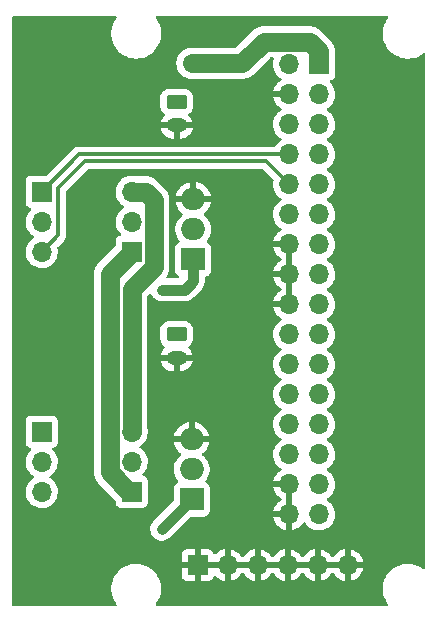
<source format=gbr>
%TF.GenerationSoftware,KiCad,Pcbnew,(6.0.9)*%
%TF.CreationDate,2023-03-27T14:38:09-08:00*%
%TF.ProjectId,ABSIS_ALE Relay Module,41425349-535f-4414-9c45-2052656c6179,1*%
%TF.SameCoordinates,Original*%
%TF.FileFunction,Copper,L2,Bot*%
%TF.FilePolarity,Positive*%
%FSLAX46Y46*%
G04 Gerber Fmt 4.6, Leading zero omitted, Abs format (unit mm)*
G04 Created by KiCad (PCBNEW (6.0.9)) date 2023-03-27 14:38:09*
%MOMM*%
%LPD*%
G01*
G04 APERTURE LIST*
G04 Aperture macros list*
%AMRoundRect*
0 Rectangle with rounded corners*
0 $1 Rounding radius*
0 $2 $3 $4 $5 $6 $7 $8 $9 X,Y pos of 4 corners*
0 Add a 4 corners polygon primitive as box body*
4,1,4,$2,$3,$4,$5,$6,$7,$8,$9,$2,$3,0*
0 Add four circle primitives for the rounded corners*
1,1,$1+$1,$2,$3*
1,1,$1+$1,$4,$5*
1,1,$1+$1,$6,$7*
1,1,$1+$1,$8,$9*
0 Add four rect primitives between the rounded corners*
20,1,$1+$1,$2,$3,$4,$5,0*
20,1,$1+$1,$4,$5,$6,$7,0*
20,1,$1+$1,$6,$7,$8,$9,0*
20,1,$1+$1,$8,$9,$2,$3,0*%
G04 Aperture macros list end*
%TA.AperFunction,ComponentPad*%
%ADD10R,1.700000X1.700000*%
%TD*%
%TA.AperFunction,ComponentPad*%
%ADD11O,1.700000X1.700000*%
%TD*%
%TA.AperFunction,ComponentPad*%
%ADD12RoundRect,0.250000X-0.625000X0.350000X-0.625000X-0.350000X0.625000X-0.350000X0.625000X0.350000X0*%
%TD*%
%TA.AperFunction,ComponentPad*%
%ADD13O,1.750000X1.200000*%
%TD*%
%TA.AperFunction,ComponentPad*%
%ADD14R,2.000000X1.905000*%
%TD*%
%TA.AperFunction,ComponentPad*%
%ADD15O,2.000000X1.905000*%
%TD*%
%TA.AperFunction,ViaPad*%
%ADD16C,1.500000*%
%TD*%
%TA.AperFunction,ViaPad*%
%ADD17C,0.600000*%
%TD*%
%TA.AperFunction,Conductor*%
%ADD18C,1.625600*%
%TD*%
%TA.AperFunction,Conductor*%
%ADD19C,0.914400*%
%TD*%
%TA.AperFunction,Conductor*%
%ADD20C,0.304800*%
%TD*%
G04 APERTURE END LIST*
D10*
%TO.P,J2,1*%
%TO.N,GND*%
X16200000Y4000000D03*
D11*
%TO.P,J2,2*%
X18740000Y4000000D03*
%TO.P,J2,3*%
X21280000Y4000000D03*
%TO.P,J2,4*%
X23820000Y4000000D03*
%TO.P,J2,5*%
X26360000Y4000000D03*
%TO.P,J2,6*%
X28900000Y4000000D03*
%TD*%
D10*
%TO.P,J1,1*%
%TO.N,/+12V_SUPPLY*%
X26500000Y46400000D03*
D11*
%TO.P,J1,2*%
%TO.N,/+3.3V_SUPPLY*%
X23960000Y46400000D03*
%TO.P,J1,3*%
%TO.N,/+5V_SUPPLY*%
X26500000Y43860000D03*
%TO.P,J1,4*%
%TO.N,GND*%
X23960000Y43860000D03*
%TO.P,J1,5*%
%TO.N,Net-(J1-Pad5)*%
X26500000Y41320000D03*
%TO.P,J1,6*%
%TO.N,Net-(J1-Pad6)*%
X23960000Y41320000D03*
%TO.P,J1,7*%
%TO.N,/A3*%
X26500000Y38780000D03*
%TO.P,J1,8*%
%TO.N,/D2*%
X23960000Y38780000D03*
%TO.P,J1,9*%
%TO.N,/A2*%
X26500000Y36240000D03*
%TO.P,J1,10*%
%TO.N,/~{D3}*%
X23960000Y36240000D03*
%TO.P,J1,11*%
%TO.N,/A1*%
X26500000Y33700000D03*
%TO.P,J1,12*%
%TO.N,/D4_A6*%
X23960000Y33700000D03*
%TO.P,J1,13*%
%TO.N,/A0*%
X26500000Y31160000D03*
%TO.P,J1,14*%
%TO.N,GND*%
X23960000Y31160000D03*
%TO.P,J1,15*%
%TO.N,Net-(J1-Pad15)*%
X26500000Y28620000D03*
%TO.P,J1,16*%
%TO.N,GND*%
X23960000Y28620000D03*
%TO.P,J1,17*%
%TO.N,Net-(J1-Pad17)*%
X26500000Y26080000D03*
%TO.P,J1,18*%
%TO.N,GND*%
X23960000Y26080000D03*
%TO.P,J1,19*%
%TO.N,Net-(J1-Pad19)*%
X26500000Y23540000D03*
%TO.P,J1,20*%
%TO.N,Net-(J1-Pad20)*%
X23960000Y23540000D03*
%TO.P,J1,21*%
%TO.N,/D15*%
X26500000Y21000000D03*
%TO.P,J1,22*%
%TO.N,/~{D6_A7}*%
X23960000Y21000000D03*
%TO.P,J1,23*%
%TO.N,/D14*%
X26500000Y18460000D03*
%TO.P,J1,24*%
%TO.N,/D7*%
X23960000Y18460000D03*
%TO.P,J1,25*%
%TO.N,/D16*%
X26500000Y15920000D03*
%TO.P,J1,26*%
%TO.N,/~{D8_A6}*%
X23960000Y15920000D03*
%TO.P,J1,27*%
%TO.N,/~{D10_A10}*%
X26500000Y13380000D03*
%TO.P,J1,28*%
%TO.N,/~{D9_A9}*%
X23960000Y13380000D03*
%TO.P,J1,29*%
%TO.N,Net-(J1-Pad29)*%
X26500000Y10840000D03*
%TO.P,J1,30*%
%TO.N,GND*%
X23960000Y10840000D03*
%TO.P,J1,31*%
%TO.N,Net-(J1-Pad31)*%
X26500000Y8300000D03*
%TO.P,J1,32*%
%TO.N,GND*%
X23960000Y8300000D03*
%TD*%
D12*
%TO.P,J3,1*%
%TO.N,/CH1_OUT*%
X14435000Y43225000D03*
D13*
%TO.P,J3,2*%
%TO.N,GND*%
X14435000Y41225000D03*
%TD*%
D12*
%TO.P,J4,1*%
%TO.N,/CH2_OUT*%
X14435000Y23540000D03*
D13*
%TO.P,J4,2*%
%TO.N,GND*%
X14435000Y21540000D03*
%TD*%
D14*
%TO.P,Q1,1*%
%TO.N,Net-(Q1-Pad1)*%
X15832000Y29890000D03*
D15*
%TO.P,Q1,2*%
%TO.N,Net-(Q1-Pad2)*%
X15832000Y32430000D03*
%TO.P,Q1,3*%
%TO.N,GND*%
X15832000Y34970000D03*
%TD*%
D14*
%TO.P,Q4,1*%
%TO.N,Net-(Q4-Pad1)*%
X15705000Y9570000D03*
D15*
%TO.P,Q4,2*%
%TO.N,Net-(Q4-Pad2)*%
X15705000Y12110000D03*
%TO.P,Q4,3*%
%TO.N,GND*%
X15705000Y14650000D03*
%TD*%
D10*
%TO.P,JP1,1*%
%TO.N,/+12V_SUPPLY*%
X10625000Y30525000D03*
D11*
%TO.P,JP1,2*%
%TO.N,/CH1_V+*%
X10625000Y33065000D03*
%TO.P,JP1,3*%
%TO.N,/+5V_SUPPLY*%
X10625000Y35605000D03*
%TD*%
D10*
%TO.P,JP2,1*%
%TO.N,/D2*%
X3005000Y35605000D03*
D11*
%TO.P,JP2,2*%
%TO.N,/CH1_CTRL*%
X3005000Y33065000D03*
%TO.P,JP2,3*%
%TO.N,/~{D3}*%
X3005000Y30525000D03*
%TD*%
D10*
%TO.P,JP5,1*%
%TO.N,/D2*%
X3005000Y15285000D03*
D11*
%TO.P,JP5,2*%
%TO.N,/CH2_CTRL*%
X3005000Y12745000D03*
%TO.P,JP5,3*%
%TO.N,/~{D3}*%
X3005000Y10205000D03*
%TD*%
D10*
%TO.P,JP4,1*%
%TO.N,/+12V_SUPPLY*%
X10625000Y10205000D03*
D11*
%TO.P,JP4,2*%
%TO.N,/CH2_V+*%
X10625000Y12745000D03*
%TO.P,JP4,3*%
%TO.N,/+5V_SUPPLY*%
X10625000Y15285000D03*
%TD*%
D16*
%TO.N,/+12V_SUPPLY*%
X15730400Y46501600D03*
X17508400Y46501600D03*
X19235600Y46501600D03*
D17*
%TO.N,Net-(Q1-Pad1)*%
X13165000Y27323089D03*
%TO.N,Net-(Q4-Pad1)*%
X13165000Y7030000D03*
%TD*%
D18*
%TO.N,/+12V_SUPPLY*%
X8762199Y28662199D02*
X8762199Y11850855D01*
X10625000Y30525000D02*
X8762199Y28662199D01*
X19997600Y46501600D02*
X21801000Y48305000D01*
X15730400Y46501600D02*
X19997600Y46501600D01*
X25687200Y48305000D02*
X26500000Y47492200D01*
X21801000Y48305000D02*
X25687200Y48305000D01*
X26500000Y47492200D02*
X26500000Y46400000D01*
X10408054Y10205000D02*
X10625000Y10205000D01*
X8762199Y11850855D02*
X10408054Y10205000D01*
%TO.N,/+5V_SUPPLY*%
X12487801Y29238201D02*
X10625000Y27375400D01*
X12487801Y34944280D02*
X12487801Y29238201D01*
X10625000Y27375400D02*
X10625000Y15285000D01*
X11827081Y35605000D02*
X12487801Y34944280D01*
X10625000Y35605000D02*
X11827081Y35605000D01*
D19*
%TO.N,Net-(Q1-Pad1)*%
X15832000Y29890000D02*
X15832000Y28023100D01*
X15832000Y28023100D02*
X15131989Y27323089D01*
X15131989Y27323089D02*
X13165000Y27323089D01*
%TO.N,Net-(Q4-Pad1)*%
X13165000Y7030000D02*
X15705000Y9570000D01*
D20*
%TO.N,/~{D3}*%
X4402000Y31922000D02*
X4402000Y35935200D01*
X21978800Y38221200D02*
X23960000Y36240000D01*
X3005000Y30525000D02*
X4402000Y31922000D01*
X6688000Y38221200D02*
X21978800Y38221200D01*
X4402000Y35935200D02*
X6688000Y38221200D01*
%TO.N,/D2*%
X6180000Y38780000D02*
X3005000Y35605000D01*
X23960000Y38780000D02*
X6180000Y38780000D01*
%TD*%
%TA.AperFunction,Conductor*%
%TO.N,GND*%
G36*
X9298181Y50471498D02*
G01*
X9344674Y50417842D01*
X9354778Y50347568D01*
X9327564Y50285694D01*
X9280002Y50227586D01*
X9279997Y50227579D01*
X9277287Y50224268D01*
X9127073Y49979142D01*
X9011517Y49715898D01*
X9010342Y49711771D01*
X9010341Y49711770D01*
X8981692Y49611197D01*
X8932756Y49439406D01*
X8892249Y49154784D01*
X8892227Y49150495D01*
X8892226Y49150488D01*
X8890765Y48871583D01*
X8890743Y48867297D01*
X8928268Y48582266D01*
X9004129Y48304964D01*
X9005813Y48301016D01*
X9113917Y48047572D01*
X9116923Y48040524D01*
X9128693Y48020858D01*
X9255921Y47808276D01*
X9264561Y47793839D01*
X9444313Y47569472D01*
X9652851Y47371577D01*
X9886317Y47203814D01*
X9890112Y47201805D01*
X9890113Y47201804D01*
X9911869Y47190285D01*
X10140392Y47069288D01*
X10410373Y46970489D01*
X10691264Y46909245D01*
X10719841Y46906996D01*
X10914282Y46891693D01*
X10914291Y46891693D01*
X10916739Y46891500D01*
X11072271Y46891500D01*
X11074407Y46891646D01*
X11074418Y46891646D01*
X11282548Y46905835D01*
X11282554Y46905836D01*
X11286825Y46906127D01*
X11291020Y46906996D01*
X11291022Y46906996D01*
X11427584Y46935277D01*
X11568342Y46964426D01*
X11839343Y47060393D01*
X12094812Y47192250D01*
X12098313Y47194711D01*
X12098317Y47194713D01*
X12250303Y47301531D01*
X12330023Y47357559D01*
X12498100Y47513746D01*
X12537479Y47550339D01*
X12537481Y47550342D01*
X12540622Y47553260D01*
X12722713Y47775732D01*
X12872927Y48020858D01*
X12988483Y48284102D01*
X13067244Y48560594D01*
X13107751Y48845216D01*
X13107845Y48863049D01*
X13109235Y49128417D01*
X13109235Y49128424D01*
X13109257Y49132703D01*
X13071732Y49417734D01*
X12995871Y49695036D01*
X12883077Y49959476D01*
X12735439Y50206161D01*
X12732758Y50209508D01*
X12732752Y50209516D01*
X12670900Y50286720D01*
X12643918Y50352389D01*
X12656723Y50422221D01*
X12705250Y50474045D01*
X12769234Y50491500D01*
X32230060Y50491500D01*
X32298181Y50471498D01*
X32344674Y50417842D01*
X32354778Y50347568D01*
X32327564Y50285694D01*
X32280002Y50227586D01*
X32279997Y50227579D01*
X32277287Y50224268D01*
X32127073Y49979142D01*
X32011517Y49715898D01*
X32010342Y49711771D01*
X32010341Y49711770D01*
X31981692Y49611197D01*
X31932756Y49439406D01*
X31892249Y49154784D01*
X31892227Y49150495D01*
X31892226Y49150488D01*
X31890765Y48871583D01*
X31890743Y48867297D01*
X31928268Y48582266D01*
X32004129Y48304964D01*
X32005813Y48301016D01*
X32113917Y48047572D01*
X32116923Y48040524D01*
X32128693Y48020858D01*
X32255921Y47808276D01*
X32264561Y47793839D01*
X32444313Y47569472D01*
X32652851Y47371577D01*
X32886317Y47203814D01*
X32890112Y47201805D01*
X32890113Y47201804D01*
X32911869Y47190285D01*
X33140392Y47069288D01*
X33410373Y46970489D01*
X33691264Y46909245D01*
X33719841Y46906996D01*
X33914282Y46891693D01*
X33914291Y46891693D01*
X33916739Y46891500D01*
X34072271Y46891500D01*
X34074407Y46891646D01*
X34074418Y46891646D01*
X34282548Y46905835D01*
X34282554Y46905836D01*
X34286825Y46906127D01*
X34291020Y46906996D01*
X34291022Y46906996D01*
X34427584Y46935277D01*
X34568342Y46964426D01*
X34839343Y47060393D01*
X35094812Y47192250D01*
X35098313Y47194711D01*
X35098317Y47194713D01*
X35293049Y47331573D01*
X35360284Y47354378D01*
X35429174Y47337213D01*
X35477848Y47285528D01*
X35491500Y47228486D01*
X35491500Y3770392D01*
X35471498Y3702271D01*
X35417842Y3655778D01*
X35347568Y3645674D01*
X35291977Y3668069D01*
X35113683Y3796186D01*
X35091843Y3807750D01*
X35068654Y3820028D01*
X34859608Y3930712D01*
X34589627Y4029511D01*
X34308736Y4090755D01*
X34277685Y4093199D01*
X34085718Y4108307D01*
X34085709Y4108307D01*
X34083261Y4108500D01*
X33927729Y4108500D01*
X33925593Y4108354D01*
X33925582Y4108354D01*
X33717452Y4094165D01*
X33717446Y4094164D01*
X33713175Y4093873D01*
X33708980Y4093004D01*
X33708978Y4093004D01*
X33572417Y4064724D01*
X33431658Y4035574D01*
X33160657Y3939607D01*
X32905188Y3807750D01*
X32901687Y3805289D01*
X32901683Y3805287D01*
X32798050Y3732452D01*
X32669977Y3642441D01*
X32459378Y3446740D01*
X32277287Y3224268D01*
X32127073Y2979142D01*
X32125347Y2975209D01*
X32125346Y2975208D01*
X32013243Y2719830D01*
X32011517Y2715898D01*
X32010342Y2711771D01*
X32010341Y2711770D01*
X31998611Y2670590D01*
X31932756Y2439406D01*
X31892249Y2154784D01*
X31892227Y2150495D01*
X31892226Y2150488D01*
X31890765Y1871583D01*
X31890743Y1867297D01*
X31928268Y1582266D01*
X32004129Y1304964D01*
X32116923Y1040524D01*
X32264561Y793839D01*
X32267242Y790492D01*
X32267248Y790484D01*
X32329100Y713280D01*
X32356082Y647611D01*
X32343277Y577779D01*
X32294750Y525955D01*
X32230766Y508500D01*
X12769940Y508500D01*
X12701819Y528502D01*
X12655326Y582158D01*
X12645222Y652432D01*
X12672436Y714306D01*
X12719998Y772414D01*
X12720003Y772421D01*
X12722713Y775732D01*
X12872927Y1020858D01*
X12988483Y1284102D01*
X13067244Y1560594D01*
X13107751Y1845216D01*
X13107845Y1863049D01*
X13109235Y2128417D01*
X13109235Y2128424D01*
X13109257Y2132703D01*
X13071732Y2417734D01*
X12995871Y2695036D01*
X12913955Y2887084D01*
X12884763Y2955524D01*
X12884761Y2955528D01*
X12883077Y2959476D01*
X12799867Y3098510D01*
X12795785Y3105331D01*
X14842001Y3105331D01*
X14842371Y3098510D01*
X14847895Y3047648D01*
X14851521Y3032396D01*
X14896676Y2911946D01*
X14905214Y2896351D01*
X14981715Y2794276D01*
X14994276Y2781715D01*
X15096351Y2705214D01*
X15111946Y2696676D01*
X15232394Y2651522D01*
X15247649Y2647895D01*
X15298514Y2642369D01*
X15305328Y2642000D01*
X15927885Y2642000D01*
X15943124Y2646475D01*
X15944329Y2647865D01*
X15946000Y2655548D01*
X15946000Y2660116D01*
X16454000Y2660116D01*
X16458475Y2644877D01*
X16459865Y2643672D01*
X16467548Y2642001D01*
X17094669Y2642001D01*
X17101490Y2642371D01*
X17152352Y2647895D01*
X17167604Y2651521D01*
X17288054Y2696676D01*
X17303649Y2705214D01*
X17405724Y2781715D01*
X17418285Y2794276D01*
X17494786Y2896351D01*
X17503325Y2911948D01*
X17544425Y3021582D01*
X17587066Y3078347D01*
X17653628Y3103047D01*
X17722977Y3087840D01*
X17757645Y3059850D01*
X17783219Y3030326D01*
X17790580Y3023117D01*
X17954434Y2887084D01*
X17962881Y2881169D01*
X18146756Y2773721D01*
X18156042Y2769271D01*
X18355001Y2693297D01*
X18364899Y2690421D01*
X18468250Y2669394D01*
X18482299Y2670590D01*
X18486000Y2680935D01*
X18486000Y2681483D01*
X18994000Y2681483D01*
X18998064Y2667641D01*
X19011478Y2665607D01*
X19018184Y2666466D01*
X19028262Y2668608D01*
X19232255Y2729809D01*
X19241842Y2733567D01*
X19433095Y2827261D01*
X19441945Y2832536D01*
X19615328Y2956208D01*
X19623200Y2962861D01*
X19774052Y3113188D01*
X19780730Y3121035D01*
X19908022Y3298181D01*
X19909147Y3297373D01*
X19956669Y3341124D01*
X20026607Y3353339D01*
X20092046Y3325803D01*
X20119870Y3293972D01*
X20177690Y3199617D01*
X20183777Y3191301D01*
X20323213Y3030333D01*
X20330580Y3023117D01*
X20494434Y2887084D01*
X20502881Y2881169D01*
X20686756Y2773721D01*
X20696042Y2769271D01*
X20895001Y2693297D01*
X20904899Y2690421D01*
X21008250Y2669394D01*
X21022299Y2670590D01*
X21026000Y2680935D01*
X21026000Y2681483D01*
X21534000Y2681483D01*
X21538064Y2667641D01*
X21551478Y2665607D01*
X21558184Y2666466D01*
X21568262Y2668608D01*
X21772255Y2729809D01*
X21781842Y2733567D01*
X21973095Y2827261D01*
X21981945Y2832536D01*
X22155328Y2956208D01*
X22163200Y2962861D01*
X22314052Y3113188D01*
X22320730Y3121035D01*
X22448022Y3298181D01*
X22449147Y3297373D01*
X22496669Y3341124D01*
X22566607Y3353339D01*
X22632046Y3325803D01*
X22659870Y3293972D01*
X22717690Y3199617D01*
X22723777Y3191301D01*
X22863213Y3030333D01*
X22870580Y3023117D01*
X23034434Y2887084D01*
X23042881Y2881169D01*
X23226756Y2773721D01*
X23236042Y2769271D01*
X23435001Y2693297D01*
X23444899Y2690421D01*
X23548250Y2669394D01*
X23562299Y2670590D01*
X23566000Y2680935D01*
X23566000Y2681483D01*
X24074000Y2681483D01*
X24078064Y2667641D01*
X24091478Y2665607D01*
X24098184Y2666466D01*
X24108262Y2668608D01*
X24312255Y2729809D01*
X24321842Y2733567D01*
X24513095Y2827261D01*
X24521945Y2832536D01*
X24695328Y2956208D01*
X24703200Y2962861D01*
X24854052Y3113188D01*
X24860730Y3121035D01*
X24988022Y3298181D01*
X24989147Y3297373D01*
X25036669Y3341124D01*
X25106607Y3353339D01*
X25172046Y3325803D01*
X25199870Y3293972D01*
X25257690Y3199617D01*
X25263777Y3191301D01*
X25403213Y3030333D01*
X25410580Y3023117D01*
X25574434Y2887084D01*
X25582881Y2881169D01*
X25766756Y2773721D01*
X25776042Y2769271D01*
X25975001Y2693297D01*
X25984899Y2690421D01*
X26088250Y2669394D01*
X26102299Y2670590D01*
X26106000Y2680935D01*
X26106000Y2681483D01*
X26614000Y2681483D01*
X26618064Y2667641D01*
X26631478Y2665607D01*
X26638184Y2666466D01*
X26648262Y2668608D01*
X26852255Y2729809D01*
X26861842Y2733567D01*
X27053095Y2827261D01*
X27061945Y2832536D01*
X27235328Y2956208D01*
X27243200Y2962861D01*
X27394052Y3113188D01*
X27400730Y3121035D01*
X27528022Y3298181D01*
X27529147Y3297373D01*
X27576669Y3341124D01*
X27646607Y3353339D01*
X27712046Y3325803D01*
X27739870Y3293972D01*
X27797690Y3199617D01*
X27803777Y3191301D01*
X27943213Y3030333D01*
X27950580Y3023117D01*
X28114434Y2887084D01*
X28122881Y2881169D01*
X28306756Y2773721D01*
X28316042Y2769271D01*
X28515001Y2693297D01*
X28524899Y2690421D01*
X28628250Y2669394D01*
X28642299Y2670590D01*
X28646000Y2680935D01*
X28646000Y2681483D01*
X29154000Y2681483D01*
X29158064Y2667641D01*
X29171478Y2665607D01*
X29178184Y2666466D01*
X29188262Y2668608D01*
X29392255Y2729809D01*
X29401842Y2733567D01*
X29593095Y2827261D01*
X29601945Y2832536D01*
X29775328Y2956208D01*
X29783200Y2962861D01*
X29934052Y3113188D01*
X29940730Y3121035D01*
X30065003Y3293980D01*
X30070313Y3302817D01*
X30164670Y3493733D01*
X30168469Y3503328D01*
X30230377Y3707090D01*
X30232555Y3717163D01*
X30233986Y3728038D01*
X30231775Y3742222D01*
X30218617Y3746000D01*
X29172115Y3746000D01*
X29156876Y3741525D01*
X29155671Y3740135D01*
X29154000Y3732452D01*
X29154000Y2681483D01*
X28646000Y2681483D01*
X28646000Y3727885D01*
X28641525Y3743124D01*
X28640135Y3744329D01*
X28632452Y3746000D01*
X26632115Y3746000D01*
X26616876Y3741525D01*
X26615671Y3740135D01*
X26614000Y3732452D01*
X26614000Y2681483D01*
X26106000Y2681483D01*
X26106000Y3727885D01*
X26101525Y3743124D01*
X26100135Y3744329D01*
X26092452Y3746000D01*
X24092115Y3746000D01*
X24076876Y3741525D01*
X24075671Y3740135D01*
X24074000Y3732452D01*
X24074000Y2681483D01*
X23566000Y2681483D01*
X23566000Y3727885D01*
X23561525Y3743124D01*
X23560135Y3744329D01*
X23552452Y3746000D01*
X21552115Y3746000D01*
X21536876Y3741525D01*
X21535671Y3740135D01*
X21534000Y3732452D01*
X21534000Y2681483D01*
X21026000Y2681483D01*
X21026000Y3727885D01*
X21021525Y3743124D01*
X21020135Y3744329D01*
X21012452Y3746000D01*
X19012115Y3746000D01*
X18996876Y3741525D01*
X18995671Y3740135D01*
X18994000Y3732452D01*
X18994000Y2681483D01*
X18486000Y2681483D01*
X18486000Y3727885D01*
X18481525Y3743124D01*
X18480135Y3744329D01*
X18472452Y3746000D01*
X16472115Y3746000D01*
X16456876Y3741525D01*
X16455671Y3740135D01*
X16454000Y3732452D01*
X16454000Y2660116D01*
X15946000Y2660116D01*
X15946000Y3727885D01*
X15941525Y3743124D01*
X15940135Y3744329D01*
X15932452Y3746000D01*
X14860116Y3746000D01*
X14844877Y3741525D01*
X14843672Y3740135D01*
X14842001Y3732452D01*
X14842001Y3105331D01*
X12795785Y3105331D01*
X12737643Y3202479D01*
X12737640Y3202483D01*
X12735439Y3206161D01*
X12555687Y3430528D01*
X12347149Y3628423D01*
X12113683Y3796186D01*
X12091843Y3807750D01*
X12068654Y3820028D01*
X11859608Y3930712D01*
X11589627Y4029511D01*
X11308736Y4090755D01*
X11277685Y4093199D01*
X11085718Y4108307D01*
X11085709Y4108307D01*
X11083261Y4108500D01*
X10927729Y4108500D01*
X10925593Y4108354D01*
X10925582Y4108354D01*
X10717452Y4094165D01*
X10717446Y4094164D01*
X10713175Y4093873D01*
X10708980Y4093004D01*
X10708978Y4093004D01*
X10572417Y4064724D01*
X10431658Y4035574D01*
X10160657Y3939607D01*
X9905188Y3807750D01*
X9901687Y3805289D01*
X9901683Y3805287D01*
X9798050Y3732452D01*
X9669977Y3642441D01*
X9459378Y3446740D01*
X9277287Y3224268D01*
X9127073Y2979142D01*
X9125347Y2975209D01*
X9125346Y2975208D01*
X9013243Y2719830D01*
X9011517Y2715898D01*
X9010342Y2711771D01*
X9010341Y2711770D01*
X8998611Y2670590D01*
X8932756Y2439406D01*
X8892249Y2154784D01*
X8892227Y2150495D01*
X8892226Y2150488D01*
X8890765Y1871583D01*
X8890743Y1867297D01*
X8928268Y1582266D01*
X9004129Y1304964D01*
X9116923Y1040524D01*
X9264561Y793839D01*
X9267242Y790492D01*
X9267248Y790484D01*
X9329100Y713280D01*
X9356082Y647611D01*
X9343277Y577779D01*
X9294750Y525955D01*
X9230766Y508500D01*
X634500Y508500D01*
X566379Y528502D01*
X519886Y582158D01*
X508500Y634500D01*
X508500Y4272115D01*
X14842000Y4272115D01*
X14846475Y4256876D01*
X14847865Y4255671D01*
X14855548Y4254000D01*
X15927885Y4254000D01*
X15943124Y4258475D01*
X15944329Y4259865D01*
X15946000Y4267548D01*
X15946000Y4272115D01*
X16454000Y4272115D01*
X16458475Y4256876D01*
X16459865Y4255671D01*
X16467548Y4254000D01*
X18467885Y4254000D01*
X18483124Y4258475D01*
X18484329Y4259865D01*
X18486000Y4267548D01*
X18486000Y4272115D01*
X18994000Y4272115D01*
X18998475Y4256876D01*
X18999865Y4255671D01*
X19007548Y4254000D01*
X21007885Y4254000D01*
X21023124Y4258475D01*
X21024329Y4259865D01*
X21026000Y4267548D01*
X21026000Y4272115D01*
X21534000Y4272115D01*
X21538475Y4256876D01*
X21539865Y4255671D01*
X21547548Y4254000D01*
X23547885Y4254000D01*
X23563124Y4258475D01*
X23564329Y4259865D01*
X23566000Y4267548D01*
X23566000Y4272115D01*
X24074000Y4272115D01*
X24078475Y4256876D01*
X24079865Y4255671D01*
X24087548Y4254000D01*
X26087885Y4254000D01*
X26103124Y4258475D01*
X26104329Y4259865D01*
X26106000Y4267548D01*
X26106000Y4272115D01*
X26614000Y4272115D01*
X26618475Y4256876D01*
X26619865Y4255671D01*
X26627548Y4254000D01*
X28627885Y4254000D01*
X28643124Y4258475D01*
X28644329Y4259865D01*
X28646000Y4267548D01*
X28646000Y4272115D01*
X29154000Y4272115D01*
X29158475Y4256876D01*
X29159865Y4255671D01*
X29167548Y4254000D01*
X30218344Y4254000D01*
X30231875Y4257973D01*
X30233180Y4267053D01*
X30191214Y4434125D01*
X30187894Y4443876D01*
X30102972Y4639186D01*
X30098105Y4648261D01*
X29982426Y4827074D01*
X29976136Y4835243D01*
X29832806Y4992760D01*
X29825273Y4999785D01*
X29658139Y5131778D01*
X29649552Y5137483D01*
X29463117Y5240401D01*
X29453705Y5244631D01*
X29252959Y5315720D01*
X29242988Y5318354D01*
X29171837Y5331028D01*
X29158540Y5329568D01*
X29154000Y5315011D01*
X29154000Y4272115D01*
X28646000Y4272115D01*
X28646000Y5316898D01*
X28642082Y5330242D01*
X28627806Y5332229D01*
X28589324Y5326340D01*
X28579288Y5323949D01*
X28376868Y5257788D01*
X28367359Y5253791D01*
X28178463Y5155458D01*
X28169738Y5149964D01*
X27999433Y5022095D01*
X27991726Y5015252D01*
X27844590Y4861283D01*
X27838104Y4853273D01*
X27733193Y4699479D01*
X27678282Y4654476D01*
X27607757Y4646305D01*
X27544010Y4677559D01*
X27523313Y4702043D01*
X27442427Y4827074D01*
X27436136Y4835243D01*
X27292806Y4992760D01*
X27285273Y4999785D01*
X27118139Y5131778D01*
X27109552Y5137483D01*
X26923117Y5240401D01*
X26913705Y5244631D01*
X26712959Y5315720D01*
X26702988Y5318354D01*
X26631837Y5331028D01*
X26618540Y5329568D01*
X26614000Y5315011D01*
X26614000Y4272115D01*
X26106000Y4272115D01*
X26106000Y5316898D01*
X26102082Y5330242D01*
X26087806Y5332229D01*
X26049324Y5326340D01*
X26039288Y5323949D01*
X25836868Y5257788D01*
X25827359Y5253791D01*
X25638463Y5155458D01*
X25629738Y5149964D01*
X25459433Y5022095D01*
X25451726Y5015252D01*
X25304590Y4861283D01*
X25298104Y4853273D01*
X25193193Y4699479D01*
X25138282Y4654476D01*
X25067757Y4646305D01*
X25004010Y4677559D01*
X24983313Y4702043D01*
X24902427Y4827074D01*
X24896136Y4835243D01*
X24752806Y4992760D01*
X24745273Y4999785D01*
X24578139Y5131778D01*
X24569552Y5137483D01*
X24383117Y5240401D01*
X24373705Y5244631D01*
X24172959Y5315720D01*
X24162988Y5318354D01*
X24091837Y5331028D01*
X24078540Y5329568D01*
X24074000Y5315011D01*
X24074000Y4272115D01*
X23566000Y4272115D01*
X23566000Y5316898D01*
X23562082Y5330242D01*
X23547806Y5332229D01*
X23509324Y5326340D01*
X23499288Y5323949D01*
X23296868Y5257788D01*
X23287359Y5253791D01*
X23098463Y5155458D01*
X23089738Y5149964D01*
X22919433Y5022095D01*
X22911726Y5015252D01*
X22764590Y4861283D01*
X22758104Y4853273D01*
X22653193Y4699479D01*
X22598282Y4654476D01*
X22527757Y4646305D01*
X22464010Y4677559D01*
X22443313Y4702043D01*
X22362427Y4827074D01*
X22356136Y4835243D01*
X22212806Y4992760D01*
X22205273Y4999785D01*
X22038139Y5131778D01*
X22029552Y5137483D01*
X21843117Y5240401D01*
X21833705Y5244631D01*
X21632959Y5315720D01*
X21622988Y5318354D01*
X21551837Y5331028D01*
X21538540Y5329568D01*
X21534000Y5315011D01*
X21534000Y4272115D01*
X21026000Y4272115D01*
X21026000Y5316898D01*
X21022082Y5330242D01*
X21007806Y5332229D01*
X20969324Y5326340D01*
X20959288Y5323949D01*
X20756868Y5257788D01*
X20747359Y5253791D01*
X20558463Y5155458D01*
X20549738Y5149964D01*
X20379433Y5022095D01*
X20371726Y5015252D01*
X20224590Y4861283D01*
X20218104Y4853273D01*
X20113193Y4699479D01*
X20058282Y4654476D01*
X19987757Y4646305D01*
X19924010Y4677559D01*
X19903313Y4702043D01*
X19822427Y4827074D01*
X19816136Y4835243D01*
X19672806Y4992760D01*
X19665273Y4999785D01*
X19498139Y5131778D01*
X19489552Y5137483D01*
X19303117Y5240401D01*
X19293705Y5244631D01*
X19092959Y5315720D01*
X19082988Y5318354D01*
X19011837Y5331028D01*
X18998540Y5329568D01*
X18994000Y5315011D01*
X18994000Y4272115D01*
X18486000Y4272115D01*
X18486000Y5316898D01*
X18482082Y5330242D01*
X18467806Y5332229D01*
X18429324Y5326340D01*
X18419288Y5323949D01*
X18216868Y5257788D01*
X18207359Y5253791D01*
X18018463Y5155458D01*
X18009738Y5149964D01*
X17839433Y5022095D01*
X17831726Y5015252D01*
X17754094Y4934015D01*
X17692570Y4898585D01*
X17621657Y4902042D01*
X17563871Y4943288D01*
X17545018Y4976836D01*
X17503324Y5088054D01*
X17494786Y5103649D01*
X17418285Y5205724D01*
X17405724Y5218285D01*
X17303649Y5294786D01*
X17288054Y5303324D01*
X17167606Y5348478D01*
X17152351Y5352105D01*
X17101486Y5357631D01*
X17094672Y5358000D01*
X16472115Y5358000D01*
X16456876Y5353525D01*
X16455671Y5352135D01*
X16454000Y5344452D01*
X16454000Y4272115D01*
X15946000Y4272115D01*
X15946000Y5339884D01*
X15941525Y5355123D01*
X15940135Y5356328D01*
X15932452Y5357999D01*
X15305331Y5357999D01*
X15298510Y5357629D01*
X15247648Y5352105D01*
X15232396Y5348479D01*
X15111946Y5303324D01*
X15096351Y5294786D01*
X14994276Y5218285D01*
X14981715Y5205724D01*
X14905214Y5103649D01*
X14896676Y5088054D01*
X14851522Y4967606D01*
X14847895Y4952351D01*
X14842369Y4901486D01*
X14842000Y4894672D01*
X14842000Y4272115D01*
X508500Y4272115D01*
X508500Y7006284D01*
X12194610Y7006284D01*
X12219199Y6811645D01*
X12282423Y6625925D01*
X12381700Y6456710D01*
X12385969Y6451969D01*
X12508701Y6315661D01*
X12508704Y6315658D01*
X12512974Y6310916D01*
X12670884Y6194495D01*
X12848978Y6112204D01*
X13039981Y6067404D01*
X13138036Y6064666D01*
X13229708Y6062105D01*
X13229711Y6062105D01*
X13236091Y6061927D01*
X13429297Y6095994D01*
X13611707Y6168216D01*
X13775869Y6275639D01*
X13780655Y6279949D01*
X15532740Y8032034D01*
X22628257Y8032034D01*
X22658565Y7897554D01*
X22661645Y7887725D01*
X22741770Y7690397D01*
X22746413Y7681206D01*
X22857694Y7499612D01*
X22863777Y7491301D01*
X23003213Y7330333D01*
X23010580Y7323117D01*
X23174434Y7187084D01*
X23182881Y7181169D01*
X23366756Y7073721D01*
X23376042Y7069271D01*
X23575001Y6993297D01*
X23584899Y6990421D01*
X23688250Y6969394D01*
X23702299Y6970590D01*
X23706000Y6980935D01*
X23706000Y8027885D01*
X23701525Y8043124D01*
X23700135Y8044329D01*
X23692452Y8046000D01*
X22643225Y8046000D01*
X22629694Y8042027D01*
X22628257Y8032034D01*
X15532740Y8032034D01*
X15572801Y8072095D01*
X15635113Y8106121D01*
X15661896Y8109000D01*
X16753134Y8109000D01*
X16815316Y8115755D01*
X16951705Y8166885D01*
X17068261Y8254239D01*
X17155615Y8370795D01*
X17206745Y8507184D01*
X17213114Y8565817D01*
X22624389Y8565817D01*
X22625912Y8557393D01*
X22638292Y8554000D01*
X23687885Y8554000D01*
X23703124Y8558475D01*
X23704329Y8559865D01*
X23706000Y8567548D01*
X23706000Y10567885D01*
X23701525Y10583124D01*
X23700135Y10584329D01*
X23692452Y10586000D01*
X22643225Y10586000D01*
X22629694Y10582027D01*
X22628257Y10572034D01*
X22658565Y10437554D01*
X22661645Y10427725D01*
X22741770Y10230397D01*
X22746413Y10221206D01*
X22857694Y10039612D01*
X22863777Y10031301D01*
X23003213Y9870333D01*
X23010580Y9863117D01*
X23174434Y9727084D01*
X23182881Y9721169D01*
X23252479Y9680499D01*
X23301203Y9628860D01*
X23314274Y9559077D01*
X23287543Y9493306D01*
X23247087Y9459947D01*
X23238462Y9455458D01*
X23229738Y9449964D01*
X23059433Y9322095D01*
X23051726Y9315252D01*
X22904590Y9161283D01*
X22898104Y9153273D01*
X22778098Y8977351D01*
X22773000Y8968377D01*
X22683338Y8775217D01*
X22679775Y8765530D01*
X22624389Y8565817D01*
X17213114Y8565817D01*
X17213500Y8569366D01*
X17213500Y10570634D01*
X17206745Y10632816D01*
X17155615Y10769205D01*
X17068261Y10885761D01*
X16951705Y10973115D01*
X16931811Y10980573D01*
X16875047Y11023213D01*
X16850346Y11089774D01*
X16865553Y11159123D01*
X16877158Y11176647D01*
X16970367Y11294670D01*
X16970370Y11294675D01*
X16973568Y11298724D01*
X16979181Y11308891D01*
X17087177Y11504526D01*
X17087179Y11504530D01*
X17089674Y11509050D01*
X17092016Y11515662D01*
X17168144Y11730640D01*
X17168145Y11730644D01*
X17169870Y11735515D01*
X17170778Y11740611D01*
X17211095Y11966948D01*
X17211096Y11966954D01*
X17212001Y11972037D01*
X17214183Y12150662D01*
X17214873Y12207093D01*
X17214873Y12207095D01*
X17214936Y12212263D01*
X17178596Y12449744D01*
X17141906Y12561997D01*
X17105566Y12673183D01*
X17105563Y12673189D01*
X17103958Y12678101D01*
X17090031Y12704856D01*
X16995416Y12886607D01*
X16993025Y12891200D01*
X16848777Y13083320D01*
X16731437Y13195453D01*
X16678825Y13245730D01*
X16678824Y13245731D01*
X16675088Y13249301D01*
X16637649Y13274840D01*
X16592648Y13329751D01*
X16584477Y13400275D01*
X16615731Y13464022D01*
X16640210Y13484716D01*
X16642326Y13486085D01*
X16650498Y13492378D01*
X16820480Y13647050D01*
X16827506Y13654583D01*
X16969945Y13834944D01*
X16975650Y13843531D01*
X17086714Y14044722D01*
X17090944Y14054134D01*
X17167659Y14270768D01*
X17170293Y14280739D01*
X17187647Y14378163D01*
X17186187Y14391460D01*
X17171630Y14396000D01*
X14236904Y14396000D01*
X14223560Y14392082D01*
X14221573Y14377806D01*
X14231110Y14315485D01*
X14233499Y14305457D01*
X14304898Y14087012D01*
X14308895Y14077503D01*
X14415011Y13873656D01*
X14420505Y13864931D01*
X14558493Y13681148D01*
X14565336Y13673441D01*
X14731491Y13514661D01*
X14739498Y13508177D01*
X14772356Y13485763D01*
X14817359Y13430852D01*
X14825532Y13360328D01*
X14794278Y13296580D01*
X14769796Y13275884D01*
X14768181Y13274839D01*
X14763023Y13271502D01*
X14585330Y13109814D01*
X14561141Y13079185D01*
X14439633Y12925330D01*
X14439630Y12925325D01*
X14436432Y12921276D01*
X14433939Y12916760D01*
X14433937Y12916757D01*
X14322823Y12715474D01*
X14320326Y12710950D01*
X14318602Y12706081D01*
X14318600Y12706077D01*
X14241856Y12489360D01*
X14240130Y12484485D01*
X14239223Y12479392D01*
X14239222Y12479389D01*
X14201332Y12266673D01*
X14197999Y12247963D01*
X14197033Y12168886D01*
X14195443Y12038723D01*
X14195064Y12007737D01*
X14231404Y11770256D01*
X14256566Y11693273D01*
X14304434Y11546817D01*
X14304437Y11546811D01*
X14306042Y11541899D01*
X14308429Y11537313D01*
X14308431Y11537309D01*
X14383955Y11392231D01*
X14416975Y11328800D01*
X14533415Y11173717D01*
X14558320Y11107235D01*
X14543328Y11037839D01*
X14493198Y10987565D01*
X14476885Y10980085D01*
X14466707Y10976269D01*
X14466704Y10976267D01*
X14458295Y10973115D01*
X14341739Y10885761D01*
X14254385Y10769205D01*
X14203255Y10632816D01*
X14196500Y10570634D01*
X14196500Y9479396D01*
X14176498Y9411275D01*
X14159595Y9390301D01*
X12447480Y7678186D01*
X12445468Y7675720D01*
X12445467Y7675718D01*
X12378403Y7593489D01*
X12354630Y7564341D01*
X12263737Y7390479D01*
X12209661Y7201893D01*
X12208035Y7180758D01*
X12196674Y7033105D01*
X12194610Y7006284D01*
X508500Y7006284D01*
X508500Y10238305D01*
X1642251Y10238305D01*
X1642548Y10233152D01*
X1642548Y10233149D01*
X1653707Y10039612D01*
X1655110Y10015285D01*
X1656247Y10010239D01*
X1656248Y10010233D01*
X1676119Y9922061D01*
X1704222Y9797361D01*
X1788266Y9590384D01*
X1817081Y9543362D01*
X1898024Y9411275D01*
X1904987Y9399912D01*
X2051250Y9231062D01*
X2223126Y9088368D01*
X2416000Y8975662D01*
X2624692Y8895970D01*
X2629760Y8894939D01*
X2629763Y8894938D01*
X2737017Y8873117D01*
X2843597Y8851433D01*
X2848772Y8851243D01*
X2848774Y8851243D01*
X3061673Y8843436D01*
X3061677Y8843436D01*
X3066837Y8843247D01*
X3071957Y8843903D01*
X3071959Y8843903D01*
X3283288Y8870975D01*
X3283289Y8870975D01*
X3288416Y8871632D01*
X3293366Y8873117D01*
X3497429Y8934339D01*
X3497434Y8934341D01*
X3502384Y8935826D01*
X3702994Y9034104D01*
X3884860Y9163827D01*
X4043096Y9321511D01*
X4102594Y9404311D01*
X4170435Y9498723D01*
X4173453Y9502923D01*
X4176250Y9508581D01*
X4270136Y9698547D01*
X4270137Y9698549D01*
X4272430Y9703189D01*
X4337370Y9916931D01*
X4366529Y10138410D01*
X4366611Y10141760D01*
X4368074Y10201635D01*
X4368074Y10201639D01*
X4368156Y10205000D01*
X4349852Y10427639D01*
X4295431Y10644298D01*
X4206354Y10849160D01*
X4136365Y10957346D01*
X4087822Y11032383D01*
X4087820Y11032386D01*
X4085014Y11036723D01*
X3934670Y11201949D01*
X3930619Y11205148D01*
X3930615Y11205152D01*
X3763414Y11337200D01*
X3763410Y11337202D01*
X3759359Y11340402D01*
X3718053Y11363204D01*
X3668084Y11413636D01*
X3653312Y11483079D01*
X3678428Y11549484D01*
X3705780Y11576091D01*
X3768091Y11620537D01*
X3884860Y11703827D01*
X3916399Y11735256D01*
X7440899Y11735256D01*
X7441854Y11729840D01*
X7441855Y11729829D01*
X7449999Y11683648D01*
X7451434Y11672754D01*
X7456002Y11620537D01*
X7457426Y11615223D01*
X7469568Y11569907D01*
X7471947Y11559177D01*
X7479322Y11517351D01*
X7481047Y11507571D01*
X7498973Y11458321D01*
X7502274Y11447852D01*
X7515841Y11397218D01*
X7531703Y11363203D01*
X7537987Y11349727D01*
X7542195Y11339569D01*
X7558240Y11295483D01*
X7558244Y11295475D01*
X7560121Y11290317D01*
X7562870Y11285556D01*
X7586322Y11244936D01*
X7591398Y11235185D01*
X7611221Y11192673D01*
X7611224Y11192667D01*
X7613549Y11187682D01*
X7634711Y11157460D01*
X7643610Y11144751D01*
X7649508Y11135492D01*
X7675719Y11090094D01*
X7709404Y11049949D01*
X7716095Y11041230D01*
X7746158Y10998296D01*
X7787102Y10957352D01*
X7787107Y10957346D01*
X8523248Y10221206D01*
X9229595Y9514859D01*
X9263620Y9452547D01*
X9266500Y9425764D01*
X9266500Y9306866D01*
X9273255Y9244684D01*
X9324385Y9108295D01*
X9411739Y8991739D01*
X9528295Y8904385D01*
X9664684Y8853255D01*
X9726866Y8846500D01*
X11523134Y8846500D01*
X11585316Y8853255D01*
X11721705Y8904385D01*
X11838261Y8991739D01*
X11925615Y9108295D01*
X11976745Y9244684D01*
X11983500Y9306866D01*
X11983500Y11103134D01*
X11983055Y11107235D01*
X11977598Y11157460D01*
X11976745Y11165316D01*
X11925615Y11301705D01*
X11838261Y11418261D01*
X11721705Y11505615D01*
X11701152Y11513320D01*
X11603203Y11550040D01*
X11546439Y11592682D01*
X11521739Y11659244D01*
X11536947Y11728592D01*
X11558493Y11757273D01*
X11569017Y11767760D01*
X11663096Y11861511D01*
X11722594Y11944311D01*
X11790435Y12038723D01*
X11793453Y12042923D01*
X11821072Y12098805D01*
X11890136Y12238547D01*
X11890137Y12238549D01*
X11892430Y12243189D01*
X11953633Y12444631D01*
X11955865Y12451977D01*
X11955865Y12451979D01*
X11957370Y12456931D01*
X11986529Y12678410D01*
X11986611Y12681760D01*
X11988074Y12741635D01*
X11988074Y12741639D01*
X11988156Y12745000D01*
X11969852Y12967639D01*
X11915431Y13184298D01*
X11826354Y13389160D01*
X11759579Y13492378D01*
X11707822Y13572383D01*
X11707820Y13572386D01*
X11705014Y13576723D01*
X11554670Y13741949D01*
X11550619Y13745148D01*
X11550615Y13745152D01*
X11383414Y13877200D01*
X11383410Y13877202D01*
X11379359Y13880402D01*
X11338053Y13903204D01*
X11288084Y13953636D01*
X11273312Y14023079D01*
X11298428Y14089484D01*
X11325780Y14116091D01*
X11416932Y14181109D01*
X11504860Y14243827D01*
X11663096Y14401511D01*
X11793453Y14582923D01*
X11827028Y14650856D01*
X11890136Y14778547D01*
X11890137Y14778549D01*
X11892430Y14783189D01*
X11934555Y14921837D01*
X14222353Y14921837D01*
X14223813Y14908540D01*
X14238370Y14904000D01*
X15432885Y14904000D01*
X15448124Y14908475D01*
X15449329Y14909865D01*
X15451000Y14917548D01*
X15451000Y14922115D01*
X15959000Y14922115D01*
X15963475Y14906876D01*
X15964865Y14905671D01*
X15972548Y14904000D01*
X17173096Y14904000D01*
X17186440Y14907918D01*
X17188427Y14922194D01*
X17178890Y14984515D01*
X17176501Y14994543D01*
X17105102Y15212988D01*
X17101105Y15222497D01*
X16994989Y15426344D01*
X16989495Y15435069D01*
X16851507Y15618852D01*
X16844664Y15626559D01*
X16678509Y15785339D01*
X16670499Y15791826D01*
X16480653Y15921330D01*
X16471679Y15926429D01*
X16263231Y16023187D01*
X16253544Y16026750D01*
X16032092Y16088165D01*
X16021970Y16090096D01*
X15977013Y16094901D01*
X15962392Y16092253D01*
X15959000Y16079876D01*
X15959000Y14922115D01*
X15451000Y14922115D01*
X15451000Y16080412D01*
X15446675Y16095141D01*
X15434889Y16097202D01*
X15423296Y16096249D01*
X15413134Y16094567D01*
X15190229Y16038578D01*
X15180481Y16035259D01*
X14969711Y15943615D01*
X14960636Y15938749D01*
X14767673Y15813915D01*
X14759502Y15807622D01*
X14589520Y15652950D01*
X14582494Y15645417D01*
X14440055Y15465056D01*
X14434350Y15456469D01*
X14323286Y15255278D01*
X14319056Y15245866D01*
X14242341Y15029232D01*
X14239707Y15019261D01*
X14222353Y14921837D01*
X11934555Y14921837D01*
X11957370Y14996931D01*
X11986529Y15218410D01*
X11986629Y15222497D01*
X11988074Y15281635D01*
X11988074Y15281639D01*
X11988156Y15285000D01*
X11969852Y15507639D01*
X11967400Y15517404D01*
X11950096Y15586292D01*
X11946300Y15616987D01*
X11946300Y21272601D01*
X13084712Y21272601D01*
X13106194Y21183463D01*
X13110083Y21172168D01*
X13192629Y20990618D01*
X13198576Y20980276D01*
X13313968Y20817603D01*
X13321761Y20808575D01*
X13465831Y20670658D01*
X13475196Y20663262D01*
X13642741Y20555079D01*
X13653345Y20549583D01*
X13838312Y20475039D01*
X13849770Y20471645D01*
X14046928Y20433143D01*
X14055791Y20432066D01*
X14058500Y20432000D01*
X14162885Y20432000D01*
X14178124Y20436475D01*
X14179329Y20437865D01*
X14181000Y20445548D01*
X14181000Y20450115D01*
X14689000Y20450115D01*
X14693475Y20434876D01*
X14694865Y20433671D01*
X14702548Y20432000D01*
X14759832Y20432000D01*
X14765808Y20432285D01*
X14914494Y20446471D01*
X14926228Y20448730D01*
X15117599Y20504872D01*
X15128675Y20509302D01*
X15305978Y20600619D01*
X15316024Y20607069D01*
X15472857Y20730262D01*
X15481506Y20738499D01*
X15612212Y20889123D01*
X15619147Y20898847D01*
X15719010Y21071467D01*
X15723984Y21082331D01*
X15789407Y21270727D01*
X15789648Y21271716D01*
X15788180Y21282008D01*
X15774615Y21286000D01*
X14707115Y21286000D01*
X14691876Y21281525D01*
X14690671Y21280135D01*
X14689000Y21272452D01*
X14689000Y20450115D01*
X14181000Y20450115D01*
X14181000Y21267885D01*
X14176525Y21283124D01*
X14175135Y21284329D01*
X14167452Y21286000D01*
X13099598Y21286000D01*
X13086067Y21282027D01*
X13084712Y21272601D01*
X11946300Y21272601D01*
X11946300Y23139600D01*
X13051500Y23139600D01*
X13051837Y23136354D01*
X13051837Y23136350D01*
X13052748Y23127575D01*
X13062474Y23033834D01*
X13118450Y22866054D01*
X13211522Y22715652D01*
X13336697Y22590695D01*
X13342929Y22586853D01*
X13342931Y22586852D01*
X13388690Y22558645D01*
X13436183Y22505873D01*
X13447605Y22435801D01*
X13419331Y22370677D01*
X13400403Y22352298D01*
X13397144Y22349738D01*
X13388494Y22341501D01*
X13257788Y22190877D01*
X13250853Y22181153D01*
X13150990Y22008533D01*
X13146016Y21997669D01*
X13080593Y21809273D01*
X13080352Y21808284D01*
X13081820Y21797992D01*
X13095385Y21794000D01*
X15770402Y21794000D01*
X15783933Y21797973D01*
X15785288Y21807399D01*
X15763806Y21896537D01*
X15759917Y21907832D01*
X15677371Y22089382D01*
X15671424Y22099724D01*
X15556032Y22262397D01*
X15548239Y22271425D01*
X15457243Y22358535D01*
X15421867Y22420090D01*
X15425386Y22491000D01*
X15466683Y22548750D01*
X15478053Y22556685D01*
X15534348Y22591522D01*
X15659305Y22716697D01*
X15752115Y22867262D01*
X15807797Y23035139D01*
X15809558Y23052320D01*
X15818172Y23136402D01*
X15818500Y23139600D01*
X15818500Y23940400D01*
X15814464Y23979298D01*
X15808238Y24039308D01*
X15808237Y24039312D01*
X15807526Y24046166D01*
X15751550Y24213946D01*
X15658478Y24364348D01*
X15533303Y24489305D01*
X15462206Y24533130D01*
X15388968Y24578275D01*
X15388966Y24578276D01*
X15382738Y24582115D01*
X15222254Y24635345D01*
X15221389Y24635632D01*
X15221387Y24635632D01*
X15214861Y24637797D01*
X15208025Y24638497D01*
X15208022Y24638498D01*
X15164969Y24642909D01*
X15110400Y24648500D01*
X13759600Y24648500D01*
X13756354Y24648163D01*
X13756350Y24648163D01*
X13660692Y24638238D01*
X13660688Y24638237D01*
X13653834Y24637526D01*
X13647298Y24635345D01*
X13647296Y24635345D01*
X13515194Y24591272D01*
X13486054Y24581550D01*
X13335652Y24488478D01*
X13210695Y24363303D01*
X13206855Y24357073D01*
X13206854Y24357072D01*
X13136506Y24242946D01*
X13117885Y24212738D01*
X13062203Y24044861D01*
X13051500Y23940400D01*
X13051500Y23139600D01*
X11946300Y23139600D01*
X11946300Y26345817D01*
X22624389Y26345817D01*
X22625912Y26337393D01*
X22638292Y26334000D01*
X23687885Y26334000D01*
X23703124Y26338475D01*
X23704329Y26339865D01*
X23706000Y26347548D01*
X23706000Y28347885D01*
X23701525Y28363124D01*
X23700135Y28364329D01*
X23692452Y28366000D01*
X22643225Y28366000D01*
X22629694Y28362027D01*
X22628257Y28352034D01*
X22658565Y28217554D01*
X22661645Y28207725D01*
X22741770Y28010397D01*
X22746413Y28001206D01*
X22857694Y27819612D01*
X22863777Y27811301D01*
X23003213Y27650333D01*
X23010580Y27643117D01*
X23174434Y27507084D01*
X23182881Y27501169D01*
X23252479Y27460499D01*
X23301203Y27408860D01*
X23314274Y27339077D01*
X23287543Y27273306D01*
X23247087Y27239947D01*
X23238462Y27235458D01*
X23229738Y27229964D01*
X23059433Y27102095D01*
X23051726Y27095252D01*
X22904590Y26941283D01*
X22898104Y26933273D01*
X22778098Y26757351D01*
X22773000Y26748377D01*
X22683338Y26555217D01*
X22679775Y26545530D01*
X22624389Y26345817D01*
X11946300Y26345817D01*
X11946300Y26775909D01*
X11966302Y26844030D01*
X11983205Y26865004D01*
X12078798Y26960597D01*
X12141110Y26994623D01*
X12211925Y26989558D01*
X12268761Y26947011D01*
X12286142Y26915011D01*
X12292559Y26897571D01*
X12295917Y26892155D01*
X12295919Y26892151D01*
X12335633Y26828099D01*
X12395940Y26730833D01*
X12400326Y26726195D01*
X12509759Y26610474D01*
X12530738Y26588289D01*
X12535968Y26584627D01*
X12535969Y26584626D01*
X12666683Y26493099D01*
X12691444Y26475761D01*
X12809718Y26424579D01*
X12865635Y26400382D01*
X12865637Y26400381D01*
X12871496Y26397846D01*
X12877746Y26396540D01*
X12877747Y26396540D01*
X13058791Y26358717D01*
X13058795Y26358717D01*
X13063536Y26357726D01*
X13069967Y26357389D01*
X15116349Y26357389D01*
X15119867Y26357340D01*
X15196698Y26355194D01*
X15196700Y26355194D01*
X15203080Y26355016D01*
X15216538Y26357389D01*
X15260265Y26365099D01*
X15269411Y26366368D01*
X15320824Y26371590D01*
X15320827Y26371591D01*
X15327171Y26372235D01*
X15333259Y26374143D01*
X15333260Y26374143D01*
X15353401Y26380455D01*
X15369200Y26384307D01*
X15396286Y26389083D01*
X15450279Y26410461D01*
X15458953Y26413533D01*
X15514381Y26430903D01*
X15519968Y26434000D01*
X15519973Y26434002D01*
X15538431Y26444234D01*
X15553127Y26451181D01*
X15578696Y26461305D01*
X15584034Y26464798D01*
X15584036Y26464799D01*
X15627283Y26493099D01*
X15635180Y26497863D01*
X15664797Y26514280D01*
X15680388Y26522922D01*
X15680391Y26522924D01*
X15685969Y26526016D01*
X15706846Y26543909D01*
X15719846Y26553669D01*
X15725771Y26557546D01*
X15742858Y26568728D01*
X15747644Y26573038D01*
X15785080Y26610474D01*
X15792177Y26617047D01*
X15830082Y26649535D01*
X15830084Y26649538D01*
X15834928Y26653689D01*
X15853009Y26676999D01*
X15863474Y26688868D01*
X16503790Y27329184D01*
X16506312Y27331637D01*
X16562164Y27384453D01*
X16562168Y27384458D01*
X16566800Y27388838D01*
X16600100Y27436394D01*
X16605668Y27443757D01*
X16638337Y27483814D01*
X16642370Y27488759D01*
X16645326Y27494414D01*
X16645329Y27494418D01*
X16655108Y27513124D01*
X16663557Y27527021D01*
X16675669Y27544319D01*
X16679328Y27549544D01*
X16702388Y27602834D01*
X16706365Y27611171D01*
X16724606Y27646062D01*
X16733263Y27662621D01*
X16740843Y27689057D01*
X16746324Y27704365D01*
X16757243Y27729596D01*
X16769115Y27786425D01*
X16771333Y27795388D01*
X16787339Y27851207D01*
X16789448Y27878621D01*
X16791740Y27894722D01*
X16796372Y27916893D01*
X16797363Y27921636D01*
X16797700Y27928067D01*
X16797700Y27981019D01*
X16798071Y27990685D01*
X16801901Y28040456D01*
X16801901Y28040460D01*
X16802390Y28046816D01*
X16798694Y28076073D01*
X16797700Y28091865D01*
X16797700Y28306991D01*
X16817702Y28375112D01*
X16871358Y28421605D01*
X16910091Y28432254D01*
X16920468Y28433382D01*
X16942316Y28435755D01*
X17078705Y28486885D01*
X17195261Y28574239D01*
X17282615Y28690795D01*
X17333745Y28827184D01*
X17340114Y28885817D01*
X22624389Y28885817D01*
X22625912Y28877393D01*
X22638292Y28874000D01*
X23687885Y28874000D01*
X23703124Y28878475D01*
X23704329Y28879865D01*
X23706000Y28887548D01*
X23706000Y30887885D01*
X23701525Y30903124D01*
X23700135Y30904329D01*
X23692452Y30906000D01*
X22643225Y30906000D01*
X22629694Y30902027D01*
X22628257Y30892034D01*
X22658565Y30757554D01*
X22661645Y30747725D01*
X22741770Y30550397D01*
X22746413Y30541206D01*
X22857694Y30359612D01*
X22863777Y30351301D01*
X23003213Y30190333D01*
X23010580Y30183117D01*
X23174434Y30047084D01*
X23182881Y30041169D01*
X23252479Y30000499D01*
X23301203Y29948860D01*
X23314274Y29879077D01*
X23287543Y29813306D01*
X23247087Y29779947D01*
X23238462Y29775458D01*
X23229738Y29769964D01*
X23059433Y29642095D01*
X23051726Y29635252D01*
X22904590Y29481283D01*
X22898104Y29473273D01*
X22778098Y29297351D01*
X22773000Y29288377D01*
X22683338Y29095217D01*
X22679775Y29085530D01*
X22624389Y28885817D01*
X17340114Y28885817D01*
X17340500Y28889366D01*
X17340500Y30890634D01*
X17333745Y30952816D01*
X17282615Y31089205D01*
X17195261Y31205761D01*
X17078705Y31293115D01*
X17058811Y31300573D01*
X17002047Y31343213D01*
X16977346Y31409774D01*
X16992553Y31479123D01*
X17004158Y31496647D01*
X17097367Y31614670D01*
X17097370Y31614675D01*
X17100568Y31618724D01*
X17106181Y31628891D01*
X17214177Y31824526D01*
X17214179Y31824530D01*
X17216674Y31829050D01*
X17219016Y31835662D01*
X17295144Y32050640D01*
X17295145Y32050644D01*
X17296870Y32055515D01*
X17302183Y32085341D01*
X17338095Y32286948D01*
X17338096Y32286954D01*
X17339001Y32292037D01*
X17341183Y32470662D01*
X17341873Y32527093D01*
X17341873Y32527095D01*
X17341936Y32532263D01*
X17305596Y32769744D01*
X17268906Y32881997D01*
X17232566Y32993183D01*
X17232563Y32993189D01*
X17230958Y32998101D01*
X17217031Y33024856D01*
X17122416Y33206607D01*
X17120025Y33211200D01*
X16975777Y33403320D01*
X16858437Y33515453D01*
X16805825Y33565730D01*
X16805824Y33565731D01*
X16802088Y33569301D01*
X16764649Y33594840D01*
X16719648Y33649751D01*
X16711477Y33720275D01*
X16742731Y33784022D01*
X16767210Y33804716D01*
X16769326Y33806085D01*
X16777498Y33812378D01*
X16947480Y33967050D01*
X16954506Y33974583D01*
X17096945Y34154944D01*
X17102650Y34163531D01*
X17213714Y34364722D01*
X17217944Y34374134D01*
X17294659Y34590768D01*
X17297293Y34600739D01*
X17314647Y34698163D01*
X17313187Y34711460D01*
X17298630Y34716000D01*
X14363904Y34716000D01*
X14350560Y34712082D01*
X14348573Y34697806D01*
X14358110Y34635485D01*
X14360499Y34625457D01*
X14431898Y34407012D01*
X14435895Y34397503D01*
X14542011Y34193656D01*
X14547505Y34184931D01*
X14685493Y34001148D01*
X14692336Y33993441D01*
X14858491Y33834661D01*
X14866498Y33828177D01*
X14899356Y33805763D01*
X14944359Y33750852D01*
X14952532Y33680328D01*
X14921278Y33616580D01*
X14896796Y33595884D01*
X14895181Y33594839D01*
X14890023Y33591502D01*
X14712330Y33429814D01*
X14688141Y33399185D01*
X14566633Y33245330D01*
X14566630Y33245325D01*
X14563432Y33241276D01*
X14560939Y33236760D01*
X14560937Y33236757D01*
X14449823Y33035474D01*
X14447326Y33030950D01*
X14445602Y33026081D01*
X14445600Y33026077D01*
X14368856Y32809360D01*
X14367130Y32804485D01*
X14366223Y32799392D01*
X14366222Y32799389D01*
X14328332Y32586673D01*
X14324999Y32567963D01*
X14324033Y32488886D01*
X14322837Y32390970D01*
X14322064Y32327737D01*
X14358404Y32090256D01*
X14383566Y32013273D01*
X14431434Y31866817D01*
X14431437Y31866811D01*
X14433042Y31861899D01*
X14435429Y31857313D01*
X14435431Y31857309D01*
X14463099Y31804160D01*
X14543975Y31648800D01*
X14660415Y31493717D01*
X14685320Y31427235D01*
X14670328Y31357839D01*
X14620198Y31307565D01*
X14603885Y31300085D01*
X14593707Y31296269D01*
X14593704Y31296267D01*
X14585295Y31293115D01*
X14468739Y31205761D01*
X14381385Y31089205D01*
X14330255Y30952816D01*
X14323500Y30890634D01*
X14323500Y28889366D01*
X14330255Y28827184D01*
X14381385Y28690795D01*
X14468739Y28574239D01*
X14537329Y28522834D01*
X14546961Y28515615D01*
X14589476Y28458756D01*
X14594502Y28387937D01*
X14560442Y28325644D01*
X14498111Y28291654D01*
X14471396Y28288789D01*
X13683602Y28288789D01*
X13615481Y28308791D01*
X13568988Y28362447D01*
X13558884Y28432721D01*
X13574483Y28477789D01*
X13600490Y28522834D01*
X13606396Y28532105D01*
X13633294Y28570519D01*
X13633295Y28570521D01*
X13636451Y28575028D01*
X13638776Y28580013D01*
X13638779Y28580019D01*
X13658598Y28622522D01*
X13663674Y28632273D01*
X13687126Y28672893D01*
X13687127Y28672896D01*
X13689879Y28677662D01*
X13691760Y28682829D01*
X13691762Y28682834D01*
X13707805Y28726913D01*
X13712011Y28737067D01*
X13731834Y28779579D01*
X13734159Y28784564D01*
X13735581Y28789869D01*
X13735583Y28789876D01*
X13747727Y28835200D01*
X13751028Y28845669D01*
X13768953Y28894917D01*
X13778053Y28946526D01*
X13780432Y28957257D01*
X13793998Y29007883D01*
X13794478Y29013367D01*
X13794479Y29013374D01*
X13798568Y29060105D01*
X13800002Y29071002D01*
X13808144Y29117180D01*
X13809100Y29122601D01*
X13809100Y29180502D01*
X13809101Y29180513D01*
X13809101Y35059879D01*
X13808146Y35065295D01*
X13808145Y35065306D01*
X13800001Y35111487D01*
X13798565Y35122389D01*
X13793998Y35174598D01*
X13786547Y35202404D01*
X13780432Y35225228D01*
X13778053Y35235958D01*
X13777016Y35241837D01*
X14349353Y35241837D01*
X14350813Y35228540D01*
X14365370Y35224000D01*
X15559885Y35224000D01*
X15575124Y35228475D01*
X15576329Y35229865D01*
X15578000Y35237548D01*
X15578000Y35242115D01*
X16086000Y35242115D01*
X16090475Y35226876D01*
X16091865Y35225671D01*
X16099548Y35224000D01*
X17300096Y35224000D01*
X17313440Y35227918D01*
X17315427Y35242194D01*
X17305890Y35304515D01*
X17303501Y35314543D01*
X17232102Y35532988D01*
X17228105Y35542497D01*
X17121989Y35746344D01*
X17116495Y35755069D01*
X16978507Y35938852D01*
X16971664Y35946559D01*
X16805509Y36105339D01*
X16797499Y36111826D01*
X16607653Y36241330D01*
X16598679Y36246429D01*
X16390231Y36343187D01*
X16380544Y36346750D01*
X16159092Y36408165D01*
X16148970Y36410096D01*
X16104013Y36414901D01*
X16089392Y36412253D01*
X16086000Y36399876D01*
X16086000Y35242115D01*
X15578000Y35242115D01*
X15578000Y36400412D01*
X15573675Y36415141D01*
X15561889Y36417202D01*
X15550296Y36416249D01*
X15540134Y36414567D01*
X15317229Y36358578D01*
X15307481Y36355259D01*
X15096711Y36263615D01*
X15087636Y36258749D01*
X14894673Y36133915D01*
X14886502Y36127622D01*
X14716520Y35972950D01*
X14709494Y35965417D01*
X14567055Y35785056D01*
X14561350Y35776469D01*
X14450286Y35575278D01*
X14446056Y35565866D01*
X14369341Y35349232D01*
X14366707Y35339261D01*
X14349353Y35241837D01*
X13777016Y35241837D01*
X13772744Y35266062D01*
X13768953Y35287564D01*
X13751028Y35336812D01*
X13747727Y35347281D01*
X13735583Y35392605D01*
X13735581Y35392612D01*
X13734159Y35397917D01*
X13712011Y35445414D01*
X13707805Y35455568D01*
X13691760Y35499651D01*
X13689879Y35504819D01*
X13668126Y35542497D01*
X13663673Y35550209D01*
X13658598Y35559958D01*
X13651454Y35575278D01*
X13636451Y35607453D01*
X13633296Y35611959D01*
X13633293Y35611964D01*
X13606389Y35650388D01*
X13600484Y35659656D01*
X13599451Y35661446D01*
X13574281Y35705041D01*
X13540595Y35745187D01*
X13533905Y35753905D01*
X13507001Y35792328D01*
X13506999Y35792330D01*
X13503842Y35796839D01*
X13462898Y35837783D01*
X13462893Y35837789D01*
X12720590Y36580092D01*
X12720584Y36580097D01*
X12679640Y36621041D01*
X12636706Y36651104D01*
X12627987Y36657795D01*
X12620612Y36663983D01*
X12587842Y36691480D01*
X12542444Y36717691D01*
X12533192Y36723585D01*
X12490254Y36753650D01*
X12485269Y36755975D01*
X12485263Y36755978D01*
X12442751Y36775801D01*
X12433007Y36780874D01*
X12387619Y36807078D01*
X12382461Y36808955D01*
X12382453Y36808959D01*
X12338367Y36825004D01*
X12328214Y36829210D01*
X12280718Y36851358D01*
X12230084Y36864925D01*
X12219615Y36868226D01*
X12170365Y36886152D01*
X12164952Y36887107D01*
X12164950Y36887107D01*
X12118759Y36895252D01*
X12108029Y36897631D01*
X12062713Y36909773D01*
X12062714Y36909773D01*
X12057399Y36911197D01*
X12005182Y36915765D01*
X11994288Y36917200D01*
X11948107Y36925344D01*
X11948096Y36925345D01*
X11942680Y36926300D01*
X10965430Y36926300D01*
X10943334Y36928253D01*
X10758373Y36961200D01*
X10758367Y36961201D01*
X10753284Y36962106D01*
X10679452Y36963008D01*
X10535081Y36964772D01*
X10535079Y36964772D01*
X10529911Y36964835D01*
X10309091Y36931045D01*
X10096756Y36861643D01*
X9898607Y36758493D01*
X9894474Y36755390D01*
X9894471Y36755388D01*
X9755578Y36651104D01*
X9719965Y36624365D01*
X9677657Y36580092D01*
X9591846Y36490296D01*
X9565629Y36462862D01*
X9562715Y36458590D01*
X9562714Y36458589D01*
X9522663Y36399876D01*
X9439743Y36278320D01*
X9422573Y36241330D01*
X9369792Y36127622D01*
X9345688Y36075695D01*
X9285989Y35860430D01*
X9262251Y35638305D01*
X9262548Y35633152D01*
X9262548Y35633149D01*
X9272787Y35455568D01*
X9275110Y35415285D01*
X9276247Y35410239D01*
X9276248Y35410233D01*
X9300073Y35304515D01*
X9324222Y35197361D01*
X9408266Y34990384D01*
X9437081Y34943362D01*
X9492153Y34853493D01*
X9524987Y34799912D01*
X9671250Y34631062D01*
X9843126Y34488368D01*
X9913595Y34447189D01*
X9916445Y34445524D01*
X9965169Y34393886D01*
X9978240Y34324103D01*
X9951509Y34258331D01*
X9911055Y34224973D01*
X9898607Y34218493D01*
X9894474Y34215390D01*
X9894471Y34215388D01*
X9724100Y34087470D01*
X9719965Y34084365D01*
X9565629Y33922862D01*
X9562715Y33918590D01*
X9562714Y33918589D01*
X9529596Y33870040D01*
X9439743Y33738320D01*
X9421956Y33700000D01*
X9359630Y33565730D01*
X9345688Y33535695D01*
X9285989Y33320430D01*
X9262251Y33098305D01*
X9262548Y33093152D01*
X9262548Y33093149D01*
X9268039Y32997923D01*
X9275110Y32875285D01*
X9276247Y32870239D01*
X9276248Y32870233D01*
X9292214Y32799389D01*
X9324222Y32657361D01*
X9408266Y32450384D01*
X9437081Y32403362D01*
X9505460Y32291778D01*
X9524987Y32259912D01*
X9671250Y32091062D01*
X9675230Y32087758D01*
X9679981Y32083813D01*
X9719616Y32024910D01*
X9721113Y31953929D01*
X9683997Y31893407D01*
X9643725Y31868888D01*
X9561369Y31838014D01*
X9528295Y31825615D01*
X9411739Y31738261D01*
X9324385Y31621705D01*
X9273255Y31485316D01*
X9270144Y31456680D01*
X9266946Y31427235D01*
X9266500Y31423134D01*
X9266500Y31087290D01*
X9246498Y31019169D01*
X9229595Y30998195D01*
X7787107Y29555708D01*
X7787102Y29555702D01*
X7746158Y29514758D01*
X7743001Y29510249D01*
X7742999Y29510247D01*
X7716095Y29471824D01*
X7709405Y29463106D01*
X7675719Y29422960D01*
X7649508Y29377562D01*
X7643614Y29368310D01*
X7613549Y29325372D01*
X7611224Y29320387D01*
X7611221Y29320381D01*
X7591398Y29277869D01*
X7586325Y29268125D01*
X7560121Y29222737D01*
X7558244Y29217579D01*
X7558240Y29217571D01*
X7542195Y29173485D01*
X7537989Y29163332D01*
X7515841Y29115836D01*
X7514418Y29110524D01*
X7502275Y29065206D01*
X7498973Y29054733D01*
X7481047Y29005483D01*
X7480092Y29000070D01*
X7480092Y29000068D01*
X7471947Y28953877D01*
X7469568Y28943147D01*
X7456002Y28892517D01*
X7454382Y28874000D01*
X7451435Y28840308D01*
X7449999Y28829406D01*
X7441855Y28783225D01*
X7441854Y28783214D01*
X7440899Y28777798D01*
X7440899Y11735256D01*
X3916399Y11735256D01*
X4043096Y11861511D01*
X4102594Y11944311D01*
X4170435Y12038723D01*
X4173453Y12042923D01*
X4201072Y12098805D01*
X4270136Y12238547D01*
X4270137Y12238549D01*
X4272430Y12243189D01*
X4333633Y12444631D01*
X4335865Y12451977D01*
X4335865Y12451979D01*
X4337370Y12456931D01*
X4366529Y12678410D01*
X4366611Y12681760D01*
X4368074Y12741635D01*
X4368074Y12741639D01*
X4368156Y12745000D01*
X4349852Y12967639D01*
X4295431Y13184298D01*
X4206354Y13389160D01*
X4139579Y13492378D01*
X4087822Y13572383D01*
X4087820Y13572386D01*
X4085014Y13576723D01*
X4081532Y13580550D01*
X3937798Y13738512D01*
X3906746Y13802358D01*
X3915141Y13872857D01*
X3960317Y13927625D01*
X3986761Y13941294D01*
X4093297Y13981233D01*
X4101705Y13984385D01*
X4218261Y14071739D01*
X4305615Y14188295D01*
X4356745Y14324684D01*
X4363500Y14386866D01*
X4363500Y16183134D01*
X4356745Y16245316D01*
X4305615Y16381705D01*
X4218261Y16498261D01*
X4101705Y16585615D01*
X3965316Y16636745D01*
X3903134Y16643500D01*
X2106866Y16643500D01*
X2044684Y16636745D01*
X1908295Y16585615D01*
X1791739Y16498261D01*
X1704385Y16381705D01*
X1653255Y16245316D01*
X1646500Y16183134D01*
X1646500Y14386866D01*
X1653255Y14324684D01*
X1704385Y14188295D01*
X1791739Y14071739D01*
X1908295Y13984385D01*
X1916704Y13981233D01*
X1916705Y13981232D01*
X2025451Y13940465D01*
X2082216Y13897824D01*
X2106916Y13831262D01*
X2091709Y13761913D01*
X2072316Y13735432D01*
X1945629Y13602862D01*
X1942715Y13598590D01*
X1942714Y13598589D01*
X1909596Y13550040D01*
X1819743Y13418320D01*
X1801956Y13380000D01*
X1739630Y13245730D01*
X1725688Y13215695D01*
X1665989Y13000430D01*
X1642251Y12778305D01*
X1642548Y12773152D01*
X1642548Y12773149D01*
X1648039Y12677923D01*
X1655110Y12555285D01*
X1656247Y12550239D01*
X1656248Y12550233D01*
X1672214Y12479389D01*
X1704222Y12337361D01*
X1788266Y12130384D01*
X1817081Y12083362D01*
X1885460Y11971778D01*
X1904987Y11939912D01*
X2051250Y11771062D01*
X2223126Y11628368D01*
X2245621Y11615223D01*
X2296445Y11585524D01*
X2345169Y11533886D01*
X2358240Y11464103D01*
X2331509Y11398331D01*
X2291055Y11364973D01*
X2278607Y11358493D01*
X2274474Y11355390D01*
X2274471Y11355388D01*
X2104100Y11227470D01*
X2099965Y11224365D01*
X1996912Y11116527D01*
X1971653Y11090094D01*
X1945629Y11062862D01*
X1942715Y11058590D01*
X1942714Y11058589D01*
X1880734Y10967729D01*
X1819743Y10878320D01*
X1725688Y10675695D01*
X1665989Y10460430D01*
X1642251Y10238305D01*
X508500Y10238305D01*
X508500Y30558305D01*
X1642251Y30558305D01*
X1642548Y30553152D01*
X1642548Y30553149D01*
X1653707Y30359612D01*
X1655110Y30335285D01*
X1656247Y30330239D01*
X1656248Y30330233D01*
X1676119Y30242061D01*
X1704222Y30117361D01*
X1788266Y29910384D01*
X1817081Y29863362D01*
X1885460Y29751778D01*
X1904987Y29719912D01*
X2051250Y29551062D01*
X2223126Y29408368D01*
X2416000Y29295662D01*
X2624692Y29215970D01*
X2629760Y29214939D01*
X2629763Y29214938D01*
X2737017Y29193117D01*
X2843597Y29171433D01*
X2848772Y29171243D01*
X2848774Y29171243D01*
X3061673Y29163436D01*
X3061677Y29163436D01*
X3066837Y29163247D01*
X3071957Y29163903D01*
X3071959Y29163903D01*
X3283288Y29190975D01*
X3283289Y29190975D01*
X3288416Y29191632D01*
X3293366Y29193117D01*
X3497429Y29254339D01*
X3497434Y29254341D01*
X3502384Y29255826D01*
X3702994Y29354104D01*
X3884860Y29483827D01*
X3911373Y29510247D01*
X4014244Y29612760D01*
X4043096Y29641511D01*
X4102594Y29724311D01*
X4170435Y29818723D01*
X4173453Y29822923D01*
X4176250Y29828581D01*
X4270136Y30018547D01*
X4270137Y30018549D01*
X4272430Y30023189D01*
X4337370Y30236931D01*
X4366529Y30458410D01*
X4366611Y30461760D01*
X4368074Y30521635D01*
X4368074Y30521639D01*
X4368156Y30525000D01*
X4349852Y30747639D01*
X4329600Y30828265D01*
X4332404Y30899205D01*
X4362709Y30948055D01*
X4850047Y31435393D01*
X4856313Y31441247D01*
X4891025Y31471528D01*
X4896752Y31476524D01*
X4930882Y31525087D01*
X4934814Y31530382D01*
X4966777Y31571145D01*
X4971463Y31577121D01*
X4974589Y31584045D01*
X4978302Y31590176D01*
X4980938Y31594796D01*
X4984360Y31601178D01*
X4988731Y31607397D01*
X5010299Y31662714D01*
X5012854Y31668793D01*
X5034161Y31715985D01*
X5037289Y31722912D01*
X5038675Y31730388D01*
X5040830Y31737266D01*
X5042290Y31742391D01*
X5044078Y31749355D01*
X5046838Y31756434D01*
X5054587Y31815300D01*
X5055618Y31821811D01*
X5066440Y31880197D01*
X5063109Y31937968D01*
X5062900Y31945220D01*
X5062900Y35609256D01*
X5082902Y35677377D01*
X5099805Y35698351D01*
X6924849Y37523395D01*
X6987161Y37557421D01*
X7013944Y37560300D01*
X21652855Y37560300D01*
X21720976Y37540298D01*
X21741950Y37523396D01*
X22171750Y37093597D01*
X22601364Y36663983D01*
X22635389Y36601670D01*
X22633686Y36541215D01*
X22622370Y36500412D01*
X22622369Y36500404D01*
X22620989Y36495430D01*
X22620441Y36490300D01*
X22620440Y36490296D01*
X22617052Y36458589D01*
X22597251Y36273305D01*
X22597548Y36268152D01*
X22597548Y36268149D01*
X22603011Y36173410D01*
X22610110Y36050285D01*
X22611247Y36045239D01*
X22611248Y36045233D01*
X22627538Y35972950D01*
X22659222Y35832361D01*
X22743266Y35625384D01*
X22783359Y35559958D01*
X22857291Y35439312D01*
X22859987Y35434912D01*
X23006250Y35266062D01*
X23178126Y35123368D01*
X23198458Y35111487D01*
X23251445Y35080524D01*
X23300169Y35028886D01*
X23313240Y34959103D01*
X23286509Y34893331D01*
X23246055Y34859973D01*
X23233607Y34853493D01*
X23229474Y34850390D01*
X23229471Y34850388D01*
X23059100Y34722470D01*
X23054965Y34719365D01*
X22900629Y34557862D01*
X22774743Y34373320D01*
X22680688Y34170695D01*
X22620989Y33955430D01*
X22597251Y33733305D01*
X22597548Y33728152D01*
X22597548Y33728149D01*
X22606539Y33572212D01*
X22610110Y33510285D01*
X22611247Y33505239D01*
X22611248Y33505233D01*
X22627462Y33433289D01*
X22659222Y33292361D01*
X22743266Y33085384D01*
X22793940Y33002691D01*
X22857291Y32899312D01*
X22859987Y32894912D01*
X23006250Y32726062D01*
X23178126Y32583368D01*
X23195780Y32573052D01*
X23251955Y32540226D01*
X23300679Y32488588D01*
X23313750Y32418805D01*
X23287019Y32353033D01*
X23246562Y32319673D01*
X23238457Y32315454D01*
X23229738Y32309964D01*
X23059433Y32182095D01*
X23051726Y32175252D01*
X22904590Y32021283D01*
X22898104Y32013273D01*
X22778098Y31837351D01*
X22773000Y31828377D01*
X22683338Y31635217D01*
X22679775Y31625530D01*
X22624389Y31425817D01*
X22625912Y31417393D01*
X22638292Y31414000D01*
X24088000Y31414000D01*
X24156121Y31393998D01*
X24202614Y31340342D01*
X24214000Y31288000D01*
X24214000Y25952000D01*
X24193998Y25883879D01*
X24140342Y25837386D01*
X24088000Y25826000D01*
X22643225Y25826000D01*
X22629694Y25822027D01*
X22628257Y25812034D01*
X22658565Y25677554D01*
X22661645Y25667725D01*
X22741770Y25470397D01*
X22746413Y25461206D01*
X22857694Y25279612D01*
X22863777Y25271301D01*
X23003213Y25110333D01*
X23010580Y25103117D01*
X23174434Y24967084D01*
X23182881Y24961169D01*
X23251969Y24920797D01*
X23300693Y24869158D01*
X23313764Y24799375D01*
X23287033Y24733604D01*
X23246584Y24700248D01*
X23233607Y24693493D01*
X23229474Y24690390D01*
X23229471Y24690388D01*
X23059100Y24562470D01*
X23054965Y24559365D01*
X22900629Y24397862D01*
X22774743Y24213320D01*
X22759003Y24179410D01*
X22693373Y24038022D01*
X22680688Y24010695D01*
X22620989Y23795430D01*
X22597251Y23573305D01*
X22597548Y23568152D01*
X22597548Y23568149D01*
X22603011Y23473410D01*
X22610110Y23350285D01*
X22611247Y23345239D01*
X22611248Y23345233D01*
X22631119Y23257061D01*
X22659222Y23132361D01*
X22743266Y22925384D01*
X22782701Y22861032D01*
X22857291Y22739312D01*
X22859987Y22734912D01*
X23006250Y22566062D01*
X23178126Y22423368D01*
X23183736Y22420090D01*
X23251445Y22380524D01*
X23300169Y22328886D01*
X23313240Y22259103D01*
X23286509Y22193331D01*
X23246055Y22159973D01*
X23233607Y22153493D01*
X23229474Y22150390D01*
X23229471Y22150388D01*
X23205247Y22132200D01*
X23054965Y22019365D01*
X22900629Y21857862D01*
X22774743Y21673320D01*
X22680688Y21470695D01*
X22620989Y21255430D01*
X22597251Y21033305D01*
X22597548Y21028152D01*
X22597548Y21028149D01*
X22603011Y20933410D01*
X22610110Y20810285D01*
X22611247Y20805239D01*
X22611248Y20805233D01*
X22626288Y20738499D01*
X22659222Y20592361D01*
X22743266Y20385384D01*
X22794019Y20302562D01*
X22857291Y20199312D01*
X22859987Y20194912D01*
X23006250Y20026062D01*
X23178126Y19883368D01*
X23248595Y19842189D01*
X23251445Y19840524D01*
X23300169Y19788886D01*
X23313240Y19719103D01*
X23286509Y19653331D01*
X23246055Y19619973D01*
X23233607Y19613493D01*
X23229474Y19610390D01*
X23229471Y19610388D01*
X23205247Y19592200D01*
X23054965Y19479365D01*
X22900629Y19317862D01*
X22774743Y19133320D01*
X22680688Y18930695D01*
X22620989Y18715430D01*
X22597251Y18493305D01*
X22597548Y18488152D01*
X22597548Y18488149D01*
X22603011Y18393410D01*
X22610110Y18270285D01*
X22611247Y18265239D01*
X22611248Y18265233D01*
X22631119Y18177061D01*
X22659222Y18052361D01*
X22743266Y17845384D01*
X22794019Y17762562D01*
X22857291Y17659312D01*
X22859987Y17654912D01*
X23006250Y17486062D01*
X23178126Y17343368D01*
X23248595Y17302189D01*
X23251445Y17300524D01*
X23300169Y17248886D01*
X23313240Y17179103D01*
X23286509Y17113331D01*
X23246055Y17079973D01*
X23233607Y17073493D01*
X23229474Y17070390D01*
X23229471Y17070388D01*
X23205247Y17052200D01*
X23054965Y16939365D01*
X22900629Y16777862D01*
X22774743Y16593320D01*
X22680688Y16390695D01*
X22620989Y16175430D01*
X22597251Y15953305D01*
X22597548Y15948152D01*
X22597548Y15948149D01*
X22603011Y15853410D01*
X22610110Y15730285D01*
X22611247Y15725239D01*
X22611248Y15725233D01*
X22627538Y15652950D01*
X22659222Y15512361D01*
X22743266Y15305384D01*
X22794019Y15222562D01*
X22857291Y15119312D01*
X22859987Y15114912D01*
X23006250Y14946062D01*
X23178126Y14803368D01*
X23220602Y14778547D01*
X23251445Y14760524D01*
X23300169Y14708886D01*
X23313240Y14639103D01*
X23286509Y14573331D01*
X23246055Y14539973D01*
X23233607Y14533493D01*
X23229474Y14530390D01*
X23229471Y14530388D01*
X23205247Y14512200D01*
X23054965Y14399365D01*
X23036605Y14380152D01*
X22909812Y14247471D01*
X22900629Y14237862D01*
X22774743Y14053320D01*
X22741281Y13981232D01*
X22716398Y13927625D01*
X22680688Y13850695D01*
X22620989Y13635430D01*
X22597251Y13413305D01*
X22597548Y13408152D01*
X22597548Y13408149D01*
X22606539Y13252212D01*
X22610110Y13190285D01*
X22611247Y13185239D01*
X22611248Y13185233D01*
X22611459Y13184298D01*
X22659222Y12972361D01*
X22743266Y12765384D01*
X22793940Y12682691D01*
X22857291Y12579312D01*
X22859987Y12574912D01*
X23006250Y12406062D01*
X23178126Y12263368D01*
X23213326Y12242799D01*
X23251955Y12220226D01*
X23300679Y12168588D01*
X23313750Y12098805D01*
X23287019Y12033033D01*
X23246562Y11999673D01*
X23238457Y11995454D01*
X23229738Y11989964D01*
X23059433Y11862095D01*
X23051726Y11855252D01*
X22904590Y11701283D01*
X22898104Y11693273D01*
X22778098Y11517351D01*
X22773000Y11508377D01*
X22683338Y11315217D01*
X22679775Y11305530D01*
X22624389Y11105817D01*
X22625912Y11097393D01*
X22638292Y11094000D01*
X24088000Y11094000D01*
X24156121Y11073998D01*
X24202614Y11020342D01*
X24214000Y10968000D01*
X24214000Y6981483D01*
X24218064Y6967641D01*
X24231478Y6965607D01*
X24238184Y6966466D01*
X24248262Y6968608D01*
X24452255Y7029809D01*
X24461842Y7033567D01*
X24653095Y7127261D01*
X24661945Y7132536D01*
X24835328Y7256208D01*
X24843200Y7262861D01*
X24994052Y7413188D01*
X25000730Y7421035D01*
X25128022Y7598181D01*
X25129279Y7597278D01*
X25176373Y7640638D01*
X25246311Y7652855D01*
X25311751Y7625322D01*
X25339579Y7593489D01*
X25399987Y7494912D01*
X25546250Y7326062D01*
X25718126Y7183368D01*
X25911000Y7070662D01*
X26119692Y6990970D01*
X26124760Y6989939D01*
X26124763Y6989938D01*
X26219862Y6970590D01*
X26338597Y6946433D01*
X26343772Y6946243D01*
X26343774Y6946243D01*
X26556673Y6938436D01*
X26556677Y6938436D01*
X26561837Y6938247D01*
X26566957Y6938903D01*
X26566959Y6938903D01*
X26778288Y6965975D01*
X26778289Y6965975D01*
X26783416Y6966632D01*
X26788366Y6968117D01*
X26992429Y7029339D01*
X26992434Y7029341D01*
X26997384Y7030826D01*
X27197994Y7129104D01*
X27379860Y7258827D01*
X27538096Y7416511D01*
X27668453Y7597923D01*
X27681995Y7625322D01*
X27765136Y7793547D01*
X27765137Y7793549D01*
X27767430Y7798189D01*
X27832370Y8011931D01*
X27861529Y8233410D01*
X27861611Y8236760D01*
X27863074Y8296635D01*
X27863074Y8296639D01*
X27863156Y8300000D01*
X27844852Y8522639D01*
X27790431Y8739298D01*
X27701354Y8944160D01*
X27599819Y9101109D01*
X27582822Y9127383D01*
X27582820Y9127386D01*
X27580014Y9131723D01*
X27429670Y9296949D01*
X27425619Y9300148D01*
X27425615Y9300152D01*
X27258414Y9432200D01*
X27258410Y9432202D01*
X27254359Y9435402D01*
X27213053Y9458204D01*
X27163084Y9508636D01*
X27148312Y9578079D01*
X27173428Y9644484D01*
X27200780Y9671091D01*
X27252725Y9708143D01*
X27379860Y9798827D01*
X27538096Y9956511D01*
X27668453Y10137923D01*
X27681995Y10165322D01*
X27765136Y10333547D01*
X27765137Y10333549D01*
X27767430Y10338189D01*
X27832370Y10551931D01*
X27861529Y10773410D01*
X27863156Y10840000D01*
X27844852Y11062639D01*
X27790431Y11279298D01*
X27701354Y11484160D01*
X27580014Y11671723D01*
X27429670Y11836949D01*
X27425619Y11840148D01*
X27425615Y11840152D01*
X27258414Y11972200D01*
X27258410Y11972202D01*
X27254359Y11975402D01*
X27213053Y11998204D01*
X27163084Y12048636D01*
X27148312Y12118079D01*
X27173428Y12184484D01*
X27200780Y12211091D01*
X27259607Y12253052D01*
X27379860Y12338827D01*
X27538096Y12496511D01*
X27597594Y12579311D01*
X27665435Y12673723D01*
X27668453Y12677923D01*
X27670810Y12682691D01*
X27765136Y12873547D01*
X27765137Y12873549D01*
X27767430Y12878189D01*
X27806083Y13005412D01*
X27830865Y13086977D01*
X27830865Y13086979D01*
X27832370Y13091931D01*
X27861529Y13313410D01*
X27861928Y13329751D01*
X27863074Y13376635D01*
X27863074Y13376639D01*
X27863156Y13380000D01*
X27844852Y13602639D01*
X27790431Y13819298D01*
X27701354Y14024160D01*
X27599819Y14181109D01*
X27582822Y14207383D01*
X27582820Y14207386D01*
X27580014Y14211723D01*
X27429670Y14376949D01*
X27425619Y14380148D01*
X27425615Y14380152D01*
X27258414Y14512200D01*
X27258410Y14512202D01*
X27254359Y14515402D01*
X27213053Y14538204D01*
X27163084Y14588636D01*
X27148312Y14658079D01*
X27173428Y14724484D01*
X27200780Y14751091D01*
X27252725Y14788143D01*
X27379860Y14878827D01*
X27538096Y15036511D01*
X27597594Y15119311D01*
X27665435Y15213723D01*
X27668453Y15217923D01*
X27689320Y15260143D01*
X27765136Y15413547D01*
X27765137Y15413549D01*
X27767430Y15418189D01*
X27832370Y15631931D01*
X27861529Y15853410D01*
X27863156Y15920000D01*
X27844852Y16142639D01*
X27790431Y16359298D01*
X27701354Y16564160D01*
X27580014Y16751723D01*
X27429670Y16916949D01*
X27425619Y16920148D01*
X27425615Y16920152D01*
X27258414Y17052200D01*
X27258410Y17052202D01*
X27254359Y17055402D01*
X27213053Y17078204D01*
X27163084Y17128636D01*
X27148312Y17198079D01*
X27173428Y17264484D01*
X27200780Y17291091D01*
X27244603Y17322350D01*
X27379860Y17418827D01*
X27538096Y17576511D01*
X27597594Y17659311D01*
X27665435Y17753723D01*
X27668453Y17757923D01*
X27689320Y17800143D01*
X27765136Y17953547D01*
X27765137Y17953549D01*
X27767430Y17958189D01*
X27832370Y18171931D01*
X27861529Y18393410D01*
X27863156Y18460000D01*
X27844852Y18682639D01*
X27790431Y18899298D01*
X27701354Y19104160D01*
X27580014Y19291723D01*
X27429670Y19456949D01*
X27425619Y19460148D01*
X27425615Y19460152D01*
X27258414Y19592200D01*
X27258410Y19592202D01*
X27254359Y19595402D01*
X27213053Y19618204D01*
X27163084Y19668636D01*
X27148312Y19738079D01*
X27173428Y19804484D01*
X27200780Y19831091D01*
X27244603Y19862350D01*
X27379860Y19958827D01*
X27538096Y20116511D01*
X27597594Y20199311D01*
X27665435Y20293723D01*
X27668453Y20297923D01*
X27689320Y20340143D01*
X27765136Y20493547D01*
X27765137Y20493549D01*
X27767430Y20498189D01*
X27832370Y20711931D01*
X27861529Y20933410D01*
X27863156Y21000000D01*
X27844852Y21222639D01*
X27790431Y21439298D01*
X27701354Y21644160D01*
X27595750Y21807399D01*
X27582822Y21827383D01*
X27582820Y21827386D01*
X27580014Y21831723D01*
X27429670Y21996949D01*
X27425619Y22000148D01*
X27425615Y22000152D01*
X27258414Y22132200D01*
X27258410Y22132202D01*
X27254359Y22135402D01*
X27213053Y22158204D01*
X27163084Y22208636D01*
X27148312Y22278079D01*
X27173428Y22344484D01*
X27200780Y22371091D01*
X27269474Y22420090D01*
X27379860Y22498827D01*
X27538096Y22656511D01*
X27597594Y22739311D01*
X27665435Y22833723D01*
X27668453Y22837923D01*
X27689320Y22880143D01*
X27765136Y23033547D01*
X27765137Y23033549D01*
X27767430Y23038189D01*
X27832370Y23251931D01*
X27861529Y23473410D01*
X27863156Y23540000D01*
X27844852Y23762639D01*
X27790431Y23979298D01*
X27701354Y24184160D01*
X27580014Y24371723D01*
X27429670Y24536949D01*
X27425619Y24540148D01*
X27425615Y24540152D01*
X27258414Y24672200D01*
X27258410Y24672202D01*
X27254359Y24675402D01*
X27213053Y24698204D01*
X27163084Y24748636D01*
X27148312Y24818079D01*
X27173428Y24884484D01*
X27200780Y24911091D01*
X27244603Y24942350D01*
X27379860Y25038827D01*
X27538096Y25196511D01*
X27668453Y25377923D01*
X27681995Y25405322D01*
X27765136Y25573547D01*
X27765137Y25573549D01*
X27767430Y25578189D01*
X27832370Y25791931D01*
X27861529Y26013410D01*
X27863156Y26080000D01*
X27844852Y26302639D01*
X27790431Y26519298D01*
X27701354Y26724160D01*
X27592676Y26892151D01*
X27582822Y26907383D01*
X27582820Y26907386D01*
X27580014Y26911723D01*
X27429670Y27076949D01*
X27425619Y27080148D01*
X27425615Y27080152D01*
X27258414Y27212200D01*
X27258410Y27212202D01*
X27254359Y27215402D01*
X27213053Y27238204D01*
X27163084Y27288636D01*
X27148312Y27358079D01*
X27173428Y27424484D01*
X27200780Y27451091D01*
X27261522Y27494418D01*
X27379860Y27578827D01*
X27538096Y27736511D01*
X27668453Y27917923D01*
X27673467Y27928067D01*
X27765136Y28113547D01*
X27765137Y28113549D01*
X27767430Y28118189D01*
X27799900Y28225060D01*
X27830865Y28326977D01*
X27830865Y28326979D01*
X27832370Y28331931D01*
X27861529Y28553410D01*
X27861611Y28556760D01*
X27863074Y28616635D01*
X27863074Y28616639D01*
X27863156Y28620000D01*
X27844852Y28842639D01*
X27790431Y29059298D01*
X27701354Y29264160D01*
X27633981Y29368303D01*
X27582822Y29447383D01*
X27582820Y29447386D01*
X27580014Y29451723D01*
X27429670Y29616949D01*
X27425619Y29620148D01*
X27425615Y29620152D01*
X27258414Y29752200D01*
X27258410Y29752202D01*
X27254359Y29755402D01*
X27213053Y29778204D01*
X27163084Y29828636D01*
X27148312Y29898079D01*
X27173428Y29964484D01*
X27200780Y29991091D01*
X27252725Y30028143D01*
X27379860Y30118827D01*
X27538096Y30276511D01*
X27668453Y30457923D01*
X27681995Y30485322D01*
X27765136Y30653547D01*
X27765137Y30653549D01*
X27767430Y30658189D01*
X27832370Y30871931D01*
X27861529Y31093410D01*
X27863156Y31160000D01*
X27844852Y31382639D01*
X27790431Y31599298D01*
X27701354Y31804160D01*
X27635779Y31905524D01*
X27582822Y31987383D01*
X27582820Y31987386D01*
X27580014Y31991723D01*
X27429670Y32156949D01*
X27425619Y32160148D01*
X27425615Y32160152D01*
X27258414Y32292200D01*
X27258410Y32292202D01*
X27254359Y32295402D01*
X27213053Y32318204D01*
X27163084Y32368636D01*
X27148312Y32438079D01*
X27173428Y32504484D01*
X27200780Y32531091D01*
X27259607Y32573052D01*
X27379860Y32658827D01*
X27538096Y32816511D01*
X27597594Y32899311D01*
X27665435Y32993723D01*
X27668453Y32997923D01*
X27670810Y33002691D01*
X27765136Y33193547D01*
X27765137Y33193549D01*
X27767430Y33198189D01*
X27806083Y33325412D01*
X27830865Y33406977D01*
X27830865Y33406979D01*
X27832370Y33411931D01*
X27861529Y33633410D01*
X27861928Y33649751D01*
X27863074Y33696635D01*
X27863074Y33696639D01*
X27863156Y33700000D01*
X27844852Y33922639D01*
X27790431Y34139298D01*
X27701354Y34344160D01*
X27599819Y34501109D01*
X27582822Y34527383D01*
X27582820Y34527386D01*
X27580014Y34531723D01*
X27429670Y34696949D01*
X27425619Y34700148D01*
X27425615Y34700152D01*
X27258414Y34832200D01*
X27258410Y34832202D01*
X27254359Y34835402D01*
X27213053Y34858204D01*
X27163084Y34908636D01*
X27148312Y34978079D01*
X27173428Y35044484D01*
X27200780Y35071091D01*
X27265010Y35116906D01*
X27379860Y35198827D01*
X27406354Y35225228D01*
X27518313Y35336797D01*
X27538096Y35356511D01*
X27597594Y35439311D01*
X27665435Y35533723D01*
X27668453Y35537923D01*
X27679344Y35559958D01*
X27765136Y35733547D01*
X27765137Y35733549D01*
X27767430Y35738189D01*
X27832370Y35951931D01*
X27861529Y36173410D01*
X27863156Y36240000D01*
X27844852Y36462639D01*
X27790431Y36679298D01*
X27701354Y36884160D01*
X27649163Y36964835D01*
X27582822Y37067383D01*
X27582820Y37067386D01*
X27580014Y37071723D01*
X27429670Y37236949D01*
X27425619Y37240148D01*
X27425615Y37240152D01*
X27258414Y37372200D01*
X27258410Y37372202D01*
X27254359Y37375402D01*
X27213053Y37398204D01*
X27163084Y37448636D01*
X27148312Y37518079D01*
X27173428Y37584484D01*
X27200780Y37611091D01*
X27244603Y37642350D01*
X27379860Y37738827D01*
X27538096Y37896511D01*
X27668453Y38077923D01*
X27689320Y38120143D01*
X27765136Y38273547D01*
X27765137Y38273549D01*
X27767430Y38278189D01*
X27832370Y38491931D01*
X27861529Y38713410D01*
X27863156Y38780000D01*
X27844852Y39002639D01*
X27790431Y39219298D01*
X27701354Y39424160D01*
X27580014Y39611723D01*
X27429670Y39776949D01*
X27425619Y39780148D01*
X27425615Y39780152D01*
X27258414Y39912200D01*
X27258410Y39912202D01*
X27254359Y39915402D01*
X27213053Y39938204D01*
X27163084Y39988636D01*
X27148312Y40058079D01*
X27173428Y40124484D01*
X27200780Y40151091D01*
X27261360Y40194302D01*
X27379860Y40278827D01*
X27393149Y40292069D01*
X27461209Y40359893D01*
X27538096Y40436511D01*
X27579101Y40493575D01*
X27665435Y40613723D01*
X27668453Y40617923D01*
X27689320Y40660143D01*
X27765136Y40813547D01*
X27765137Y40813549D01*
X27767430Y40818189D01*
X27809518Y40956716D01*
X27830865Y41026977D01*
X27830865Y41026979D01*
X27832370Y41031931D01*
X27861529Y41253410D01*
X27863156Y41320000D01*
X27844852Y41542639D01*
X27790431Y41759298D01*
X27701354Y41964160D01*
X27602801Y42116500D01*
X27582822Y42147383D01*
X27582820Y42147386D01*
X27580014Y42151723D01*
X27429670Y42316949D01*
X27425619Y42320148D01*
X27425615Y42320152D01*
X27258414Y42452200D01*
X27258410Y42452202D01*
X27254359Y42455402D01*
X27213053Y42478204D01*
X27163084Y42528636D01*
X27148312Y42598079D01*
X27173428Y42664484D01*
X27200780Y42691091D01*
X27251092Y42726978D01*
X27379860Y42818827D01*
X27388882Y42827817D01*
X27534435Y42972863D01*
X27538096Y42976511D01*
X27668453Y43157923D01*
X27681995Y43185322D01*
X27765136Y43353547D01*
X27765137Y43353549D01*
X27767430Y43358189D01*
X27832370Y43571931D01*
X27861529Y43793410D01*
X27863156Y43860000D01*
X27844852Y44082639D01*
X27790431Y44299298D01*
X27701354Y44504160D01*
X27580014Y44691723D01*
X27560405Y44713273D01*
X27432798Y44853512D01*
X27401746Y44917358D01*
X27410141Y44987857D01*
X27455317Y45042625D01*
X27481761Y45056294D01*
X27588297Y45096233D01*
X27596705Y45099385D01*
X27713261Y45186739D01*
X27800615Y45303295D01*
X27851745Y45439684D01*
X27858500Y45501866D01*
X27858500Y47298134D01*
X27858131Y47301531D01*
X27852598Y47352466D01*
X27852598Y47352468D01*
X27851745Y47360316D01*
X27847524Y47371577D01*
X27829318Y47420140D01*
X27821300Y47464369D01*
X27821300Y47607799D01*
X27820345Y47613215D01*
X27820344Y47613226D01*
X27812200Y47659407D01*
X27810764Y47670309D01*
X27806676Y47717038D01*
X27806197Y47722518D01*
X27798999Y47749381D01*
X27792631Y47773148D01*
X27790252Y47783878D01*
X27782107Y47830069D01*
X27782107Y47830071D01*
X27781152Y47835484D01*
X27763226Y47884734D01*
X27759924Y47895207D01*
X27747781Y47940525D01*
X27746358Y47945837D01*
X27724210Y47993333D01*
X27720004Y48003486D01*
X27703959Y48047572D01*
X27703955Y48047580D01*
X27702078Y48052738D01*
X27675874Y48098126D01*
X27670801Y48107870D01*
X27650978Y48150382D01*
X27650975Y48150388D01*
X27648650Y48155373D01*
X27618585Y48198311D01*
X27612691Y48207563D01*
X27586480Y48252961D01*
X27552794Y48293106D01*
X27546102Y48301827D01*
X27519198Y48340252D01*
X27519191Y48340261D01*
X27516041Y48344759D01*
X27352559Y48508241D01*
X26580709Y49280092D01*
X26580703Y49280097D01*
X26539759Y49321041D01*
X26496825Y49351104D01*
X26488106Y49357795D01*
X26488105Y49357796D01*
X26447961Y49391480D01*
X26402563Y49417691D01*
X26393311Y49423585D01*
X26350373Y49453650D01*
X26345388Y49455975D01*
X26345382Y49455978D01*
X26302870Y49475801D01*
X26293126Y49480874D01*
X26247738Y49507078D01*
X26242580Y49508955D01*
X26242572Y49508959D01*
X26198486Y49525004D01*
X26188333Y49529210D01*
X26140837Y49551358D01*
X26090203Y49564925D01*
X26079734Y49568226D01*
X26030484Y49586152D01*
X26025071Y49587107D01*
X26025069Y49587107D01*
X25978878Y49595252D01*
X25968148Y49597631D01*
X25922832Y49609773D01*
X25922833Y49609773D01*
X25917518Y49611197D01*
X25865301Y49615765D01*
X25854407Y49617200D01*
X25808226Y49625344D01*
X25808215Y49625345D01*
X25802799Y49626300D01*
X21685401Y49626300D01*
X21679980Y49625344D01*
X21679979Y49625344D01*
X21633790Y49617200D01*
X21622893Y49615766D01*
X21576173Y49611678D01*
X21576166Y49611677D01*
X21570682Y49611197D01*
X21520061Y49597633D01*
X21509336Y49595255D01*
X21474024Y49589028D01*
X21457716Y49586153D01*
X21408458Y49568224D01*
X21397989Y49564923D01*
X21347363Y49551358D01*
X21342378Y49549033D01*
X21342374Y49549032D01*
X21299866Y49529210D01*
X21289719Y49525007D01*
X21240462Y49507078D01*
X21195074Y49480874D01*
X21185330Y49475801D01*
X21142818Y49455978D01*
X21142812Y49455975D01*
X21137827Y49453650D01*
X21094889Y49423585D01*
X21085637Y49417691D01*
X21040239Y49391480D01*
X21036024Y49387943D01*
X21036021Y49387941D01*
X21000097Y49357796D01*
X20991373Y49351102D01*
X20952948Y49324198D01*
X20952939Y49324191D01*
X20948441Y49321041D01*
X20907492Y49280092D01*
X19487204Y47859805D01*
X19424892Y47825779D01*
X19398109Y47822900D01*
X15672712Y47822900D01*
X15669995Y47822662D01*
X15669988Y47822662D01*
X15579338Y47814731D01*
X15500082Y47807797D01*
X15276763Y47747958D01*
X15233603Y47727832D01*
X15072208Y47652573D01*
X15072205Y47652571D01*
X15067227Y47650250D01*
X14877841Y47517641D01*
X14714359Y47354159D01*
X14711202Y47349651D01*
X14711200Y47349648D01*
X14600989Y47192250D01*
X14581750Y47164774D01*
X14579427Y47159792D01*
X14579424Y47159787D01*
X14538162Y47071299D01*
X14484042Y46955237D01*
X14424203Y46731918D01*
X14404053Y46501600D01*
X14424203Y46271282D01*
X14425626Y46265972D01*
X14425626Y46265971D01*
X14440547Y46210285D01*
X14484042Y46047963D01*
X14581750Y45838427D01*
X14714359Y45649041D01*
X14877841Y45485559D01*
X15067227Y45352950D01*
X15072205Y45350629D01*
X15072208Y45350627D01*
X15154956Y45312041D01*
X15276763Y45255242D01*
X15282075Y45253819D01*
X15282074Y45253819D01*
X15494768Y45196827D01*
X15500082Y45195403D01*
X15577979Y45188588D01*
X15669988Y45180538D01*
X15669995Y45180538D01*
X15672712Y45180300D01*
X20113199Y45180300D01*
X20118615Y45181255D01*
X20118626Y45181256D01*
X20164807Y45189400D01*
X20175701Y45190835D01*
X20227918Y45195403D01*
X20243280Y45199519D01*
X20278548Y45208969D01*
X20289278Y45211348D01*
X20335469Y45219493D01*
X20335471Y45219493D01*
X20340884Y45220448D01*
X20390134Y45238374D01*
X20400603Y45241675D01*
X20451237Y45255242D01*
X20498733Y45277390D01*
X20508886Y45281596D01*
X20552972Y45297641D01*
X20552980Y45297645D01*
X20558138Y45299522D01*
X20603526Y45325726D01*
X20613270Y45330799D01*
X20655782Y45350622D01*
X20655791Y45350627D01*
X20660773Y45352950D01*
X20703711Y45383015D01*
X20712963Y45388909D01*
X20758361Y45415120D01*
X20798507Y45448806D01*
X20807225Y45455496D01*
X20845648Y45482400D01*
X20845650Y45482402D01*
X20850159Y45485559D01*
X20891103Y45526503D01*
X20891109Y45526508D01*
X22311395Y46946795D01*
X22373707Y46980820D01*
X22400490Y46983700D01*
X22546329Y46983700D01*
X22614450Y46963698D01*
X22660943Y46910042D01*
X22671047Y46839768D01*
X22667746Y46824029D01*
X22620989Y46655430D01*
X22597251Y46433305D01*
X22610110Y46210285D01*
X22611247Y46205239D01*
X22611248Y46205233D01*
X22635304Y46098492D01*
X22659222Y45992361D01*
X22743266Y45785384D01*
X22859987Y45594912D01*
X23006250Y45426062D01*
X23178126Y45283368D01*
X23226258Y45255242D01*
X23251955Y45240226D01*
X23300679Y45188588D01*
X23313750Y45118805D01*
X23287019Y45053033D01*
X23246562Y45019673D01*
X23238457Y45015454D01*
X23229738Y45009964D01*
X23059433Y44882095D01*
X23051726Y44875252D01*
X22904590Y44721283D01*
X22898104Y44713273D01*
X22778098Y44537351D01*
X22773000Y44528377D01*
X22683338Y44335217D01*
X22679775Y44325530D01*
X22624389Y44125817D01*
X22625912Y44117393D01*
X22638292Y44114000D01*
X24088000Y44114000D01*
X24156121Y44093998D01*
X24202614Y44040342D01*
X24214000Y43988000D01*
X24214000Y43732000D01*
X24193998Y43663879D01*
X24140342Y43617386D01*
X24088000Y43606000D01*
X22643225Y43606000D01*
X22629694Y43602027D01*
X22628257Y43592034D01*
X22658565Y43457554D01*
X22661645Y43447725D01*
X22741770Y43250397D01*
X22746413Y43241206D01*
X22857694Y43059612D01*
X22863777Y43051301D01*
X23003213Y42890333D01*
X23010580Y42883117D01*
X23174434Y42747084D01*
X23182881Y42741169D01*
X23251969Y42700797D01*
X23300693Y42649158D01*
X23313764Y42579375D01*
X23287033Y42513604D01*
X23246584Y42480248D01*
X23233607Y42473493D01*
X23229474Y42470390D01*
X23229471Y42470388D01*
X23059100Y42342470D01*
X23054965Y42339365D01*
X23051393Y42335627D01*
X22913063Y42190873D01*
X22900629Y42177862D01*
X22774743Y41993320D01*
X22680688Y41790695D01*
X22620989Y41575430D01*
X22597251Y41353305D01*
X22597548Y41348152D01*
X22597548Y41348149D01*
X22603011Y41253410D01*
X22610110Y41130285D01*
X22611247Y41125239D01*
X22611248Y41125233D01*
X22631119Y41037061D01*
X22659222Y40912361D01*
X22697461Y40818189D01*
X22722524Y40756467D01*
X22743266Y40705384D01*
X22794019Y40622562D01*
X22857291Y40519312D01*
X22859987Y40514912D01*
X23006250Y40346062D01*
X23178126Y40203368D01*
X23193641Y40194302D01*
X23251445Y40160524D01*
X23300169Y40108886D01*
X23313240Y40039103D01*
X23286509Y39973331D01*
X23246055Y39939973D01*
X23233607Y39933493D01*
X23229474Y39930390D01*
X23229471Y39930388D01*
X23205247Y39912200D01*
X23054965Y39799365D01*
X22900629Y39637862D01*
X22897720Y39633597D01*
X22897714Y39633589D01*
X22803786Y39495896D01*
X22748875Y39450893D01*
X22699698Y39440900D01*
X6207263Y39440900D01*
X6198692Y39441192D01*
X6145157Y39444842D01*
X6137680Y39443537D01*
X6137679Y39443537D01*
X6124243Y39441192D01*
X6086653Y39434631D01*
X6080135Y39433670D01*
X6061777Y39431448D01*
X6028738Y39427450D01*
X6028736Y39427450D01*
X6021195Y39426537D01*
X6014087Y39423851D01*
X6007121Y39422140D01*
X6001932Y39420721D01*
X5995053Y39418644D01*
X5987576Y39417339D01*
X5980624Y39414287D01*
X5980623Y39414287D01*
X5933220Y39393478D01*
X5927111Y39390985D01*
X5878664Y39372679D01*
X5878662Y39372678D01*
X5871559Y39369994D01*
X5865302Y39365694D01*
X5858925Y39362360D01*
X5854255Y39359760D01*
X5848058Y39356095D01*
X5841103Y39353042D01*
X5835079Y39348420D01*
X5835078Y39348419D01*
X5793995Y39316894D01*
X5788657Y39313016D01*
X5745988Y39283691D01*
X5745986Y39283689D01*
X5739729Y39279389D01*
X5734677Y39273719D01*
X5734676Y39273718D01*
X5701232Y39236181D01*
X5696251Y39230905D01*
X4570203Y38104856D01*
X3465752Y37000405D01*
X3403440Y36966380D01*
X3376657Y36963500D01*
X2106866Y36963500D01*
X2044684Y36956745D01*
X1908295Y36905615D01*
X1791739Y36818261D01*
X1704385Y36701705D01*
X1653255Y36565316D01*
X1646500Y36503134D01*
X1646500Y34706866D01*
X1653255Y34644684D01*
X1704385Y34508295D01*
X1791739Y34391739D01*
X1908295Y34304385D01*
X1916704Y34301233D01*
X1916705Y34301232D01*
X2025451Y34260465D01*
X2082216Y34217824D01*
X2106916Y34151262D01*
X2091709Y34081913D01*
X2072316Y34055432D01*
X1945629Y33922862D01*
X1942715Y33918590D01*
X1942714Y33918589D01*
X1909596Y33870040D01*
X1819743Y33738320D01*
X1801956Y33700000D01*
X1739630Y33565730D01*
X1725688Y33535695D01*
X1665989Y33320430D01*
X1642251Y33098305D01*
X1642548Y33093152D01*
X1642548Y33093149D01*
X1648039Y32997923D01*
X1655110Y32875285D01*
X1656247Y32870239D01*
X1656248Y32870233D01*
X1672214Y32799389D01*
X1704222Y32657361D01*
X1788266Y32450384D01*
X1817081Y32403362D01*
X1885460Y32291778D01*
X1904987Y32259912D01*
X2051250Y32091062D01*
X2223126Y31948368D01*
X2293595Y31907189D01*
X2296445Y31905524D01*
X2345169Y31853886D01*
X2358240Y31784103D01*
X2331509Y31718331D01*
X2291055Y31684973D01*
X2278607Y31678493D01*
X2274474Y31675390D01*
X2274471Y31675388D01*
X2104100Y31547470D01*
X2099965Y31544365D01*
X1945629Y31382862D01*
X1942715Y31378590D01*
X1942714Y31378589D01*
X1880734Y31287729D01*
X1819743Y31198320D01*
X1725688Y30995695D01*
X1665989Y30780430D01*
X1642251Y30558305D01*
X508500Y30558305D01*
X508500Y40957601D01*
X13084712Y40957601D01*
X13106194Y40868463D01*
X13110083Y40857168D01*
X13192629Y40675618D01*
X13198576Y40665276D01*
X13313968Y40502603D01*
X13321761Y40493575D01*
X13465831Y40355658D01*
X13475196Y40348262D01*
X13642741Y40240079D01*
X13653345Y40234583D01*
X13838312Y40160039D01*
X13849770Y40156645D01*
X14046928Y40118143D01*
X14055791Y40117066D01*
X14058500Y40117000D01*
X14162885Y40117000D01*
X14178124Y40121475D01*
X14179329Y40122865D01*
X14181000Y40130548D01*
X14181000Y40135115D01*
X14689000Y40135115D01*
X14693475Y40119876D01*
X14694865Y40118671D01*
X14702548Y40117000D01*
X14759832Y40117000D01*
X14765808Y40117285D01*
X14914494Y40131471D01*
X14926228Y40133730D01*
X15117599Y40189872D01*
X15128675Y40194302D01*
X15305978Y40285619D01*
X15316024Y40292069D01*
X15472857Y40415262D01*
X15481506Y40423499D01*
X15612212Y40574123D01*
X15619147Y40583847D01*
X15719010Y40756467D01*
X15723984Y40767331D01*
X15789407Y40955727D01*
X15789648Y40956716D01*
X15788180Y40967008D01*
X15774615Y40971000D01*
X14707115Y40971000D01*
X14691876Y40966525D01*
X14690671Y40965135D01*
X14689000Y40957452D01*
X14689000Y40135115D01*
X14181000Y40135115D01*
X14181000Y40952885D01*
X14176525Y40968124D01*
X14175135Y40969329D01*
X14167452Y40971000D01*
X13099598Y40971000D01*
X13086067Y40967027D01*
X13084712Y40957601D01*
X508500Y40957601D01*
X508500Y42824600D01*
X13051500Y42824600D01*
X13051837Y42821354D01*
X13051837Y42821350D01*
X13060157Y42741169D01*
X13062474Y42718834D01*
X13064655Y42712298D01*
X13064655Y42712296D01*
X13102672Y42598346D01*
X13118450Y42551054D01*
X13211522Y42400652D01*
X13336697Y42275695D01*
X13342929Y42271853D01*
X13342931Y42271852D01*
X13388690Y42243645D01*
X13436183Y42190873D01*
X13447605Y42120801D01*
X13419331Y42055677D01*
X13400403Y42037298D01*
X13397144Y42034738D01*
X13388494Y42026501D01*
X13257788Y41875877D01*
X13250853Y41866153D01*
X13150990Y41693533D01*
X13146016Y41682669D01*
X13080593Y41494273D01*
X13080352Y41493284D01*
X13081820Y41482992D01*
X13095385Y41479000D01*
X15770402Y41479000D01*
X15783933Y41482973D01*
X15785288Y41492399D01*
X15763806Y41581537D01*
X15759917Y41592832D01*
X15677371Y41774382D01*
X15671424Y41784724D01*
X15556032Y41947397D01*
X15548239Y41956425D01*
X15457243Y42043535D01*
X15421867Y42105090D01*
X15425386Y42176000D01*
X15466683Y42233750D01*
X15478053Y42241685D01*
X15534348Y42276522D01*
X15659305Y42401697D01*
X15690436Y42452200D01*
X15748275Y42546032D01*
X15748276Y42546034D01*
X15752115Y42552262D01*
X15807797Y42720139D01*
X15818500Y42824600D01*
X15818500Y43625400D01*
X15807526Y43731166D01*
X15751550Y43898946D01*
X15658478Y44049348D01*
X15533303Y44174305D01*
X15527072Y44178146D01*
X15388968Y44263275D01*
X15388966Y44263276D01*
X15382738Y44267115D01*
X15222254Y44320345D01*
X15221389Y44320632D01*
X15221387Y44320632D01*
X15214861Y44322797D01*
X15208025Y44323497D01*
X15208022Y44323498D01*
X15164969Y44327909D01*
X15110400Y44333500D01*
X13759600Y44333500D01*
X13756354Y44333163D01*
X13756350Y44333163D01*
X13660692Y44323238D01*
X13660688Y44323237D01*
X13653834Y44322526D01*
X13647298Y44320345D01*
X13647296Y44320345D01*
X13515194Y44276272D01*
X13486054Y44266550D01*
X13335652Y44173478D01*
X13210695Y44048303D01*
X13206855Y44042073D01*
X13206854Y44042072D01*
X13173524Y43988000D01*
X13117885Y43897738D01*
X13062203Y43729861D01*
X13051500Y43625400D01*
X13051500Y42824600D01*
X508500Y42824600D01*
X508500Y50365500D01*
X528502Y50433621D01*
X582158Y50480114D01*
X634500Y50491500D01*
X9230060Y50491500D01*
X9298181Y50471498D01*
G37*
%TD.AperFunction*%
%TD*%
M02*

</source>
